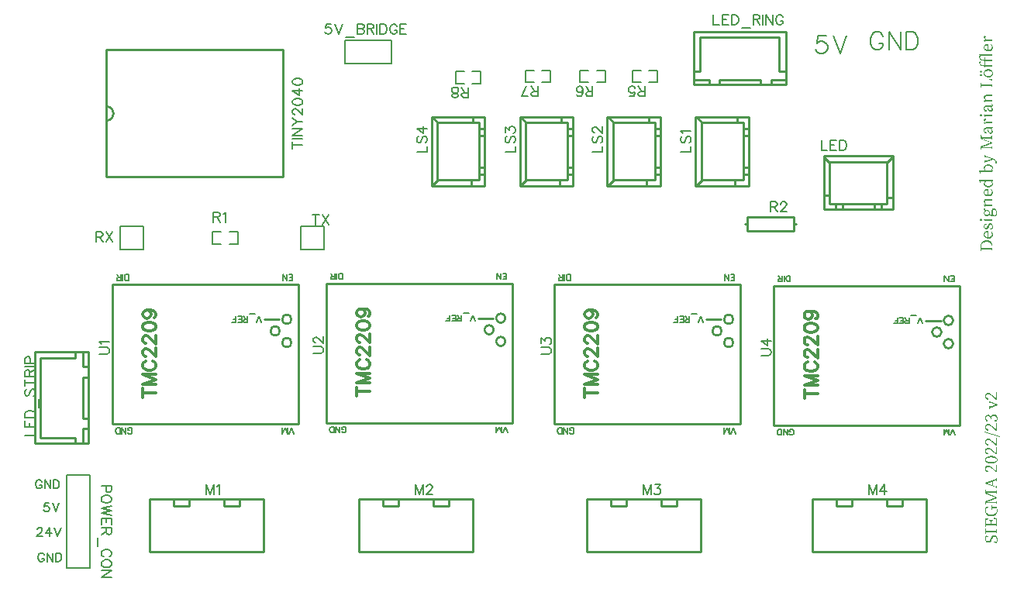
<source format=gto>
G04 Layer: TopSilkscreenLayer*
G04 EasyEDA v6.5.22, 2023-02-28 18:31:49*
G04 0f5abc17f4e243e5a26b6cc200d52bdd,5d2348555bc34ac8837521f0f1db218d,10*
G04 Gerber Generator version 0.2*
G04 Scale: 100 percent, Rotated: No, Reflected: No *
G04 Dimensions in millimeters *
G04 leading zeros omitted , absolute positions ,4 integer and 5 decimal *
%FSLAX45Y45*%
%MOMM*%

%ADD10C,0.2032*%
%ADD11C,0.1524*%
%ADD12C,0.1500*%
%ADD13C,0.3000*%
%ADD14C,0.2540*%
%ADD15C,0.2030*%
%ADD16C,0.0114*%

%LPD*%
G36*
X10703814Y2568702D02*
G01*
X10703814Y2501138D01*
X10666222Y2537053D01*
X10654792Y2547112D01*
X10649813Y2551125D01*
X10645140Y2554528D01*
X10640771Y2557272D01*
X10636554Y2559456D01*
X10632490Y2561132D01*
X10628477Y2562250D01*
X10624413Y2562910D01*
X10620248Y2563114D01*
X10615320Y2562860D01*
X10610646Y2562148D01*
X10606278Y2560980D01*
X10602264Y2559304D01*
X10598607Y2557068D01*
X10595356Y2554376D01*
X10592511Y2551125D01*
X10590123Y2547366D01*
X10588244Y2543098D01*
X10586872Y2538222D01*
X10586008Y2532786D01*
X10585704Y2526792D01*
X10586161Y2519680D01*
X10587532Y2512923D01*
X10589869Y2506675D01*
X10593120Y2501036D01*
X10597235Y2496210D01*
X10602315Y2492248D01*
X10608310Y2489352D01*
X10615168Y2487676D01*
X10617708Y2489454D01*
X10619638Y2491638D01*
X10620857Y2494178D01*
X10621264Y2497074D01*
X10620603Y2500579D01*
X10618470Y2503474D01*
X10614609Y2505811D01*
X10608818Y2507742D01*
X10594594Y2511806D01*
X10593781Y2517495D01*
X10593578Y2522220D01*
X10594086Y2527401D01*
X10595559Y2532075D01*
X10597896Y2536139D01*
X10601147Y2539593D01*
X10605160Y2542336D01*
X10609884Y2544419D01*
X10615269Y2545638D01*
X10621264Y2546096D01*
X10627055Y2545689D01*
X10632846Y2544419D01*
X10638790Y2542286D01*
X10644936Y2539288D01*
X10651337Y2535377D01*
X10658144Y2530551D01*
X10665460Y2524810D01*
X10706608Y2488692D01*
X10718800Y2488692D01*
X10718800Y2568702D01*
G37*
G36*
X10626598Y2477262D02*
G01*
X10626598Y2441448D01*
X10632948Y2441448D01*
X10635488Y2457450D01*
X10700512Y2434844D01*
X10634980Y2409952D01*
X10632948Y2426970D01*
X10626598Y2426970D01*
X10626598Y2380234D01*
X10632948Y2380234D01*
X10634472Y2391410D01*
X10720070Y2426462D01*
X10720070Y2434336D01*
X10635488Y2466340D01*
X10632948Y2477262D01*
G37*
G36*
X10684256Y2326894D02*
G01*
X10678007Y2326436D01*
X10672165Y2325014D01*
X10666882Y2322626D01*
X10662158Y2319223D01*
X10658043Y2314854D01*
X10654588Y2309418D01*
X10651896Y2302967D01*
X10649966Y2295398D01*
X10647578Y2301697D01*
X10644682Y2307183D01*
X10641279Y2311908D01*
X10637367Y2315768D01*
X10633049Y2318816D01*
X10628274Y2321052D01*
X10623143Y2322372D01*
X10617708Y2322830D01*
X10610850Y2322169D01*
X10604652Y2320239D01*
X10599216Y2317140D01*
X10594543Y2312873D01*
X10590784Y2307590D01*
X10588040Y2301290D01*
X10586313Y2294077D01*
X10585704Y2286000D01*
X10586110Y2279497D01*
X10587278Y2273300D01*
X10589260Y2267610D01*
X10592003Y2262530D01*
X10595508Y2258060D01*
X10599826Y2254351D01*
X10604957Y2251506D01*
X10610850Y2249678D01*
X10614050Y2251303D01*
X10616184Y2253386D01*
X10617352Y2255926D01*
X10617708Y2258822D01*
X10616996Y2262835D01*
X10614812Y2265781D01*
X10611053Y2268016D01*
X10594594Y2273046D01*
X10593984Y2275636D01*
X10593578Y2280310D01*
X10593984Y2287879D01*
X10595203Y2292654D01*
X10597184Y2296769D01*
X10599928Y2300224D01*
X10603433Y2302967D01*
X10607700Y2304948D01*
X10612729Y2306167D01*
X10618470Y2306574D01*
X10624667Y2306066D01*
X10630103Y2304592D01*
X10634776Y2302205D01*
X10638637Y2298903D01*
X10641685Y2294839D01*
X10643870Y2289962D01*
X10645190Y2284374D01*
X10645648Y2278126D01*
X10645648Y2270506D01*
X10654538Y2270506D01*
X10654538Y2279650D01*
X10655046Y2286711D01*
X10656570Y2292858D01*
X10659059Y2298039D01*
X10662412Y2302306D01*
X10666628Y2305608D01*
X10671708Y2307996D01*
X10677499Y2309418D01*
X10684002Y2309876D01*
X10690301Y2309368D01*
X10696041Y2307894D01*
X10701121Y2305507D01*
X10705439Y2302205D01*
X10708944Y2298039D01*
X10711535Y2293061D01*
X10713161Y2287270D01*
X10713720Y2280666D01*
X10713466Y2275179D01*
X10712450Y2269490D01*
X10695025Y2264410D01*
X10691063Y2262276D01*
X10688777Y2259431D01*
X10688066Y2255520D01*
X10688472Y2252624D01*
X10689590Y2250084D01*
X10691469Y2247900D01*
X10694162Y2246122D01*
X10700816Y2247950D01*
X10706455Y2250744D01*
X10711129Y2254402D01*
X10714888Y2258872D01*
X10717784Y2264105D01*
X10719765Y2269998D01*
X10720933Y2276449D01*
X10721340Y2283460D01*
X10721035Y2289759D01*
X10720070Y2295652D01*
X10718546Y2301189D01*
X10716463Y2306218D01*
X10713872Y2310841D01*
X10710824Y2314905D01*
X10707268Y2318410D01*
X10703356Y2321407D01*
X10699038Y2323744D01*
X10694416Y2325471D01*
X10689488Y2326538D01*
G37*
G36*
X10703814Y2229612D02*
G01*
X10703814Y2162048D01*
X10666222Y2197963D01*
X10654792Y2208022D01*
X10649813Y2212035D01*
X10645140Y2215438D01*
X10640771Y2218182D01*
X10636554Y2220366D01*
X10632490Y2222042D01*
X10628477Y2223160D01*
X10624413Y2223820D01*
X10620248Y2224024D01*
X10615320Y2223770D01*
X10610646Y2223058D01*
X10606278Y2221890D01*
X10602264Y2220214D01*
X10598607Y2217978D01*
X10595356Y2215286D01*
X10592511Y2212035D01*
X10590123Y2208276D01*
X10588244Y2204008D01*
X10586872Y2199132D01*
X10586008Y2193696D01*
X10585704Y2187702D01*
X10586161Y2180590D01*
X10587532Y2173833D01*
X10589869Y2167585D01*
X10593120Y2161946D01*
X10597235Y2157120D01*
X10602315Y2153158D01*
X10608310Y2150262D01*
X10615168Y2148586D01*
X10617708Y2150364D01*
X10619638Y2152497D01*
X10620857Y2155088D01*
X10621264Y2157984D01*
X10620603Y2161489D01*
X10618470Y2164384D01*
X10614609Y2166721D01*
X10608818Y2168652D01*
X10594594Y2172716D01*
X10593781Y2178405D01*
X10593578Y2183130D01*
X10594086Y2188362D01*
X10595559Y2193086D01*
X10597896Y2197150D01*
X10601147Y2200605D01*
X10605160Y2203348D01*
X10609884Y2205329D01*
X10615269Y2206599D01*
X10621264Y2207006D01*
X10627055Y2206599D01*
X10632846Y2205329D01*
X10638790Y2203196D01*
X10644936Y2200198D01*
X10651337Y2196287D01*
X10658144Y2191461D01*
X10665460Y2185720D01*
X10706608Y2149602D01*
X10718800Y2149602D01*
X10718800Y2229612D01*
G37*
G36*
X10580624Y2139188D02*
G01*
X10580624Y2129028D01*
X10749788Y2076704D01*
X10749788Y2087372D01*
G37*
G36*
X10703814Y2068068D02*
G01*
X10703814Y2000504D01*
X10666222Y2036419D01*
X10654792Y2046478D01*
X10649813Y2050491D01*
X10645140Y2053894D01*
X10640771Y2056638D01*
X10636554Y2058822D01*
X10632490Y2060498D01*
X10628477Y2061616D01*
X10624413Y2062276D01*
X10620248Y2062480D01*
X10615320Y2062225D01*
X10610646Y2061514D01*
X10606278Y2060346D01*
X10602264Y2058670D01*
X10598607Y2056434D01*
X10595356Y2053742D01*
X10592511Y2050491D01*
X10590123Y2046732D01*
X10588244Y2042464D01*
X10586872Y2037588D01*
X10586008Y2032152D01*
X10585704Y2026157D01*
X10586161Y2019046D01*
X10587532Y2012289D01*
X10589869Y2006041D01*
X10593120Y2000402D01*
X10597235Y1995576D01*
X10602315Y1991614D01*
X10608310Y1988718D01*
X10615168Y1987042D01*
X10617708Y1988820D01*
X10619638Y1990953D01*
X10620857Y1993544D01*
X10621264Y1996439D01*
X10620603Y1999945D01*
X10618470Y2002840D01*
X10614609Y2005177D01*
X10608818Y2007107D01*
X10594594Y2011172D01*
X10593781Y2016861D01*
X10593578Y2021586D01*
X10594086Y2026767D01*
X10595559Y2031441D01*
X10597896Y2035505D01*
X10601147Y2038959D01*
X10605160Y2041702D01*
X10609884Y2043785D01*
X10615269Y2045004D01*
X10621264Y2045462D01*
X10627055Y2045055D01*
X10632846Y2043785D01*
X10638790Y2041652D01*
X10644936Y2038654D01*
X10651337Y2034743D01*
X10658144Y2029917D01*
X10665460Y2024176D01*
X10706608Y1988057D01*
X10718800Y1988057D01*
X10718800Y2068068D01*
G37*
G36*
X10703814Y1970278D02*
G01*
X10703814Y1902714D01*
X10679938Y1925828D01*
X10666222Y1938782D01*
X10654792Y1948840D01*
X10649813Y1952853D01*
X10645140Y1956257D01*
X10640771Y1959051D01*
X10636554Y1961235D01*
X10632490Y1962912D01*
X10628477Y1964080D01*
X10624413Y1964740D01*
X10620248Y1964943D01*
X10612932Y1964385D01*
X10606278Y1962759D01*
X10600385Y1960016D01*
X10595356Y1956104D01*
X10591292Y1951075D01*
X10588244Y1944776D01*
X10586364Y1937308D01*
X10585704Y1928622D01*
X10586161Y1921408D01*
X10587532Y1914601D01*
X10589869Y1908302D01*
X10593120Y1902663D01*
X10597235Y1897837D01*
X10602315Y1893925D01*
X10608310Y1891131D01*
X10615168Y1889506D01*
X10617708Y1891131D01*
X10619638Y1893366D01*
X10620857Y1895957D01*
X10621264Y1898904D01*
X10620603Y1902307D01*
X10618470Y1905203D01*
X10614609Y1907641D01*
X10608818Y1909572D01*
X10594594Y1913382D01*
X10593781Y1919071D01*
X10593578Y1924050D01*
X10594086Y1929231D01*
X10595559Y1933854D01*
X10597896Y1937867D01*
X10601147Y1941271D01*
X10605160Y1944014D01*
X10609884Y1945995D01*
X10615269Y1947265D01*
X10621264Y1947672D01*
X10627055Y1947265D01*
X10632846Y1945995D01*
X10638790Y1943862D01*
X10644936Y1940864D01*
X10651337Y1936953D01*
X10658144Y1932127D01*
X10665460Y1926386D01*
X10684967Y1909521D01*
X10706608Y1890268D01*
X10718800Y1890268D01*
X10718800Y1970278D01*
G37*
G36*
X10652760Y1872742D02*
G01*
X10643971Y1872488D01*
X10635894Y1871827D01*
X10628477Y1870760D01*
X10621721Y1869287D01*
X10615574Y1867458D01*
X10610088Y1865325D01*
X10605211Y1862836D01*
X10600944Y1860143D01*
X10597235Y1857197D01*
X10594086Y1853996D01*
X10591444Y1850643D01*
X10589310Y1847138D01*
X10587736Y1843481D01*
X10586567Y1839772D01*
X10585907Y1835962D01*
X10585704Y1832102D01*
X10593578Y1832102D01*
X10593832Y1835048D01*
X10594695Y1837943D01*
X10596219Y1840738D01*
X10598454Y1843379D01*
X10601553Y1845868D01*
X10605566Y1848154D01*
X10610494Y1850136D01*
X10616539Y1851863D01*
X10623702Y1853285D01*
X10632084Y1854352D01*
X10641736Y1855012D01*
X10652760Y1855216D01*
X10664088Y1855012D01*
X10674045Y1854352D01*
X10682630Y1853285D01*
X10689996Y1851863D01*
X10696194Y1850136D01*
X10701324Y1848154D01*
X10705439Y1845868D01*
X10708640Y1843379D01*
X10710976Y1840738D01*
X10712551Y1837943D01*
X10713466Y1835048D01*
X10713720Y1832102D01*
X10713466Y1829003D01*
X10712551Y1826006D01*
X10711027Y1823161D01*
X10708690Y1820468D01*
X10705541Y1817928D01*
X10701426Y1815642D01*
X10696346Y1813560D01*
X10690148Y1811832D01*
X10682732Y1810410D01*
X10674096Y1809343D01*
X10664139Y1808683D01*
X10652760Y1808480D01*
X10641736Y1808683D01*
X10632084Y1809343D01*
X10623702Y1810410D01*
X10616539Y1811832D01*
X10610494Y1813560D01*
X10605566Y1815642D01*
X10601553Y1817928D01*
X10598454Y1820468D01*
X10596219Y1823161D01*
X10594695Y1826006D01*
X10593832Y1829003D01*
X10593578Y1832102D01*
X10585704Y1832102D01*
X10585907Y1828190D01*
X10586567Y1824380D01*
X10587736Y1820570D01*
X10589310Y1816912D01*
X10591444Y1813407D01*
X10594086Y1810004D01*
X10597235Y1806803D01*
X10600944Y1803857D01*
X10605211Y1801114D01*
X10610088Y1798675D01*
X10615574Y1796491D01*
X10621721Y1794662D01*
X10628477Y1793189D01*
X10635894Y1792122D01*
X10643971Y1791462D01*
X10652760Y1791207D01*
X10661802Y1791462D01*
X10670133Y1792122D01*
X10677753Y1793189D01*
X10684713Y1794662D01*
X10690961Y1796491D01*
X10696549Y1798675D01*
X10701528Y1801114D01*
X10705896Y1803857D01*
X10709706Y1806803D01*
X10712907Y1810004D01*
X10715548Y1813407D01*
X10717682Y1816912D01*
X10719308Y1820570D01*
X10720476Y1824380D01*
X10721136Y1828190D01*
X10721340Y1832102D01*
X10721136Y1835962D01*
X10720476Y1839772D01*
X10719308Y1843481D01*
X10717682Y1847138D01*
X10715548Y1850643D01*
X10712907Y1853996D01*
X10709706Y1857197D01*
X10705896Y1860143D01*
X10701528Y1862836D01*
X10696549Y1865325D01*
X10690961Y1867458D01*
X10684713Y1869287D01*
X10677753Y1870760D01*
X10670133Y1871827D01*
X10661802Y1872488D01*
G37*
G36*
X10703814Y1775206D02*
G01*
X10703814Y1707642D01*
X10666222Y1743557D01*
X10654792Y1753616D01*
X10649813Y1757629D01*
X10645140Y1761032D01*
X10640771Y1763775D01*
X10636554Y1765960D01*
X10632490Y1767636D01*
X10628477Y1768754D01*
X10624413Y1769414D01*
X10620248Y1769618D01*
X10615320Y1769364D01*
X10610646Y1768652D01*
X10606278Y1767484D01*
X10602264Y1765807D01*
X10598607Y1763572D01*
X10595356Y1760880D01*
X10592511Y1757629D01*
X10590123Y1753870D01*
X10588244Y1749602D01*
X10586872Y1744725D01*
X10586008Y1739290D01*
X10585704Y1733296D01*
X10586161Y1726184D01*
X10587532Y1719427D01*
X10589869Y1713179D01*
X10593120Y1707540D01*
X10597235Y1702714D01*
X10602315Y1698752D01*
X10608310Y1695856D01*
X10615168Y1694180D01*
X10617708Y1695957D01*
X10619638Y1698142D01*
X10620857Y1700682D01*
X10621264Y1703578D01*
X10620603Y1707083D01*
X10618470Y1709978D01*
X10614609Y1712315D01*
X10608818Y1714246D01*
X10594594Y1718310D01*
X10593781Y1723999D01*
X10593578Y1728724D01*
X10594086Y1733905D01*
X10595559Y1738579D01*
X10597896Y1742643D01*
X10601147Y1746097D01*
X10605160Y1748840D01*
X10609884Y1750923D01*
X10615269Y1752142D01*
X10621264Y1752600D01*
X10627055Y1752193D01*
X10632846Y1750923D01*
X10638790Y1748789D01*
X10644936Y1745792D01*
X10651337Y1741881D01*
X10658144Y1737055D01*
X10665460Y1731314D01*
X10706608Y1695196D01*
X10718800Y1695196D01*
X10718800Y1775206D01*
G37*
G36*
X10711942Y1638300D02*
G01*
X10710164Y1622806D01*
X10587482Y1580896D01*
X10587482Y1570228D01*
X10607548Y1570228D01*
X10668000Y1590548D01*
X10668000Y1550416D01*
X10607548Y1570228D01*
X10587482Y1570228D01*
X10587482Y1569466D01*
X10709656Y1528064D01*
X10711942Y1512316D01*
X10718800Y1512316D01*
X10718800Y1555750D01*
X10711942Y1555750D01*
X10709656Y1536700D01*
X10675620Y1547876D01*
X10675620Y1593088D01*
X10709656Y1604518D01*
X10711942Y1585214D01*
X10718800Y1585214D01*
X10718800Y1638300D01*
G37*
G36*
X10588498Y1501902D02*
G01*
X10588498Y1464564D01*
X10696702Y1422400D01*
X10588498Y1378458D01*
X10588498Y1342898D01*
X10595356Y1342898D01*
X10597388Y1360678D01*
X10709656Y1360424D01*
X10711942Y1342898D01*
X10718800Y1342898D01*
X10718800Y1386332D01*
X10711942Y1386332D01*
X10709656Y1369568D01*
X10646613Y1369517D01*
X10607040Y1368552D01*
X10718800Y1414018D01*
X10718800Y1422400D01*
X10606786Y1466342D01*
X10710164Y1465834D01*
X10711942Y1448816D01*
X10718800Y1448816D01*
X10718800Y1501902D01*
X10711942Y1501902D01*
X10710164Y1483868D01*
X10684306Y1483664D01*
X10616387Y1483664D01*
X10597134Y1483868D01*
X10595356Y1501902D01*
G37*
G36*
X10656824Y1332484D02*
G01*
X10656824Y1281684D01*
X10663428Y1281684D01*
X10665206Y1302258D01*
X10709148Y1302766D01*
X10710976Y1297330D01*
X10712246Y1291945D01*
X10712958Y1286510D01*
X10713212Y1280922D01*
X10712958Y1275435D01*
X10712196Y1270203D01*
X10710926Y1265275D01*
X10709148Y1260652D01*
X10706912Y1256334D01*
X10704169Y1252321D01*
X10700969Y1248664D01*
X10697362Y1245311D01*
X10693298Y1242314D01*
X10688828Y1239672D01*
X10683900Y1237437D01*
X10678617Y1235557D01*
X10672876Y1234084D01*
X10666831Y1233017D01*
X10660329Y1232357D01*
X10653522Y1232154D01*
X10646613Y1232408D01*
X10640110Y1233068D01*
X10633964Y1234236D01*
X10628274Y1235760D01*
X10622991Y1237742D01*
X10618063Y1240078D01*
X10613644Y1242771D01*
X10609630Y1245819D01*
X10606024Y1249172D01*
X10602925Y1252880D01*
X10600232Y1256842D01*
X10598048Y1261110D01*
X10596321Y1265580D01*
X10595102Y1270304D01*
X10594340Y1275283D01*
X10594086Y1280414D01*
X10594441Y1286306D01*
X10595457Y1291894D01*
X10597184Y1297178D01*
X10599674Y1302258D01*
X10623804Y1307084D01*
X10623804Y1317752D01*
X10595102Y1317244D01*
X10592816Y1313180D01*
X10590784Y1308963D01*
X10589158Y1304544D01*
X10587786Y1299921D01*
X10586770Y1294993D01*
X10586008Y1289812D01*
X10585602Y1284274D01*
X10585450Y1278382D01*
X10585653Y1272590D01*
X10586313Y1267002D01*
X10587329Y1261618D01*
X10588752Y1256487D01*
X10590530Y1251508D01*
X10592714Y1246835D01*
X10595203Y1242364D01*
X10598048Y1238148D01*
X10601248Y1234236D01*
X10604703Y1230579D01*
X10608513Y1227226D01*
X10612577Y1224178D01*
X10616895Y1221435D01*
X10621467Y1218996D01*
X10626293Y1216964D01*
X10631322Y1215237D01*
X10636605Y1213866D01*
X10642041Y1212900D01*
X10647680Y1212291D01*
X10653522Y1212088D01*
X10659414Y1212291D01*
X10665104Y1212850D01*
X10670641Y1213815D01*
X10675924Y1215186D01*
X10681004Y1216863D01*
X10685830Y1218895D01*
X10690402Y1221282D01*
X10694720Y1223975D01*
X10698734Y1226972D01*
X10702493Y1230325D01*
X10705947Y1233932D01*
X10709097Y1237843D01*
X10711942Y1242009D01*
X10714431Y1246428D01*
X10716564Y1251102D01*
X10718342Y1256030D01*
X10719765Y1261160D01*
X10720781Y1266545D01*
X10721390Y1272082D01*
X10721594Y1277874D01*
X10721390Y1283665D01*
X10720832Y1289202D01*
X10719866Y1294587D01*
X10718546Y1299819D01*
X10716920Y1304950D01*
X10712704Y1315008D01*
X10710164Y1320038D01*
X10664444Y1320546D01*
X10663428Y1332484D01*
G37*
G36*
X10684256Y1195324D02*
G01*
X10684256Y1185672D01*
X10710164Y1180592D01*
X10710164Y1130554D01*
X10656316Y1130300D01*
X10656316Y1159764D01*
X10675112Y1162304D01*
X10675112Y1170432D01*
X10629392Y1170432D01*
X10629392Y1162304D01*
X10648696Y1159510D01*
X10648696Y1130300D01*
X10596880Y1130554D01*
X10596880Y1176782D01*
X10622788Y1181862D01*
X10622788Y1191514D01*
X10588498Y1190498D01*
X10588498Y1093978D01*
X10595356Y1093978D01*
X10597134Y1112012D01*
X10616387Y1112418D01*
X10671556Y1112520D01*
X10697362Y1112316D01*
X10710164Y1112012D01*
X10711942Y1093978D01*
X10718800Y1093978D01*
X10718800Y1194308D01*
G37*
G36*
X10588498Y1076452D02*
G01*
X10588498Y1021842D01*
X10595356Y1021842D01*
X10597134Y1039876D01*
X10616387Y1040282D01*
X10671556Y1040384D01*
X10697362Y1040180D01*
X10710164Y1039876D01*
X10711942Y1021842D01*
X10718800Y1021842D01*
X10718800Y1076452D01*
X10711942Y1076452D01*
X10709910Y1058418D01*
X10677804Y1058164D01*
X10597134Y1058418D01*
X10595356Y1076452D01*
G37*
G36*
X10684764Y1006602D02*
G01*
X10678160Y1006144D01*
X10672216Y1004671D01*
X10666831Y1002182D01*
X10661904Y998524D01*
X10657382Y993698D01*
X10653115Y987552D01*
X10649051Y980033D01*
X10645140Y971042D01*
X10639958Y958138D01*
X10637621Y953719D01*
X10634980Y949909D01*
X10632084Y946810D01*
X10628782Y944321D01*
X10625175Y942543D01*
X10621162Y941425D01*
X10616692Y941069D01*
X10611408Y941578D01*
X10606836Y943152D01*
X10602976Y945591D01*
X10599775Y948842D01*
X10597286Y952855D01*
X10595508Y957478D01*
X10594441Y962609D01*
X10594086Y968248D01*
X10594289Y972616D01*
X10594949Y976579D01*
X10596118Y980338D01*
X10597896Y983996D01*
X10621264Y989076D01*
X10621264Y999236D01*
X10595864Y1000506D01*
X10591546Y993698D01*
X10588294Y986231D01*
X10586161Y977849D01*
X10585450Y968502D01*
X10585704Y962456D01*
X10586516Y956716D01*
X10587888Y951331D01*
X10589717Y946302D01*
X10592054Y941679D01*
X10594898Y937564D01*
X10598200Y933907D01*
X10601909Y930859D01*
X10606125Y928369D01*
X10610748Y926592D01*
X10615828Y925474D01*
X10621264Y925068D01*
X10628223Y925677D01*
X10634421Y927506D01*
X10640009Y930402D01*
X10644987Y934313D01*
X10649407Y939190D01*
X10653369Y944880D01*
X10656925Y951382D01*
X10665714Y972058D01*
X10668304Y977188D01*
X10670946Y981456D01*
X10673791Y984859D01*
X10676940Y987450D01*
X10680446Y989228D01*
X10684357Y990244D01*
X10688828Y990600D01*
X10694416Y990041D01*
X10699292Y988364D01*
X10703458Y985672D01*
X10706912Y982014D01*
X10709656Y977493D01*
X10711637Y972159D01*
X10712805Y966114D01*
X10713212Y959358D01*
X10712907Y953516D01*
X10712043Y948334D01*
X10710519Y943610D01*
X10708386Y939037D01*
X10684002Y933958D01*
X10684002Y924052D01*
X10711434Y922782D01*
X10713466Y926337D01*
X10715396Y930351D01*
X10717123Y934770D01*
X10718596Y939495D01*
X10719866Y944524D01*
X10720781Y949756D01*
X10721390Y955141D01*
X10721594Y960628D01*
X10721289Y967181D01*
X10720476Y973378D01*
X10719104Y979169D01*
X10717174Y984503D01*
X10714786Y989380D01*
X10711840Y993698D01*
X10708436Y997508D01*
X10704576Y1000658D01*
X10700258Y1003198D01*
X10695533Y1005078D01*
X10690352Y1006195D01*
G37*
G36*
X10580370Y6465316D02*
G01*
X10577271Y6462979D01*
X10574985Y6459626D01*
X10573512Y6455562D01*
X10573004Y6451092D01*
X10573461Y6447078D01*
X10574731Y6443065D01*
X10576814Y6439154D01*
X10579709Y6435344D01*
X10583316Y6431737D01*
X10587685Y6428384D01*
X10592714Y6425336D01*
X10598404Y6422644D01*
X10575036Y6420866D01*
X10573258Y6418072D01*
X10583926Y6390640D01*
X10589768Y6390640D01*
X10591292Y6406134D01*
X10602976Y6406591D01*
X10659872Y6406388D01*
X10661904Y6392164D01*
X10668000Y6392164D01*
X10668000Y6439408D01*
X10661904Y6439408D01*
X10659618Y6423406D01*
X10627106Y6422898D01*
X10611866Y6422898D01*
X10603585Y6425996D01*
X10596626Y6429806D01*
X10590784Y6434378D01*
X10585958Y6439916D01*
X10588244Y6442202D01*
X10590479Y6444945D01*
X10592155Y6447790D01*
X10593222Y6450838D01*
X10593578Y6454140D01*
X10592663Y6459220D01*
X10590022Y6462674D01*
X10585856Y6464655D01*
G37*
G36*
X10610088Y6375146D02*
G01*
X10604550Y6374841D01*
X10599420Y6373876D01*
X10594644Y6372402D01*
X10590326Y6370370D01*
X10586415Y6367780D01*
X10582960Y6364782D01*
X10580014Y6361277D01*
X10577525Y6357416D01*
X10575594Y6353200D01*
X10574172Y6348577D01*
X10573308Y6343700D01*
X10573056Y6337808D01*
X10580624Y6337808D01*
X10581081Y6342380D01*
X10582452Y6346545D01*
X10584586Y6350203D01*
X10587329Y6353352D01*
X10590733Y6355892D01*
X10594543Y6357823D01*
X10598759Y6358991D01*
X10603230Y6359398D01*
X10607598Y6358940D01*
X10610951Y6357315D01*
X10613136Y6354064D01*
X10613898Y6348730D01*
X10613644Y6311392D01*
X10605566Y6312560D01*
X10598708Y6314592D01*
X10593019Y6317386D01*
X10588447Y6320790D01*
X10584992Y6324650D01*
X10582554Y6328918D01*
X10581081Y6333337D01*
X10580624Y6337808D01*
X10573056Y6337808D01*
X10573410Y6332677D01*
X10574578Y6326987D01*
X10576509Y6321552D01*
X10579201Y6316421D01*
X10582554Y6311696D01*
X10586516Y6307378D01*
X10591139Y6303568D01*
X10596372Y6300317D01*
X10602163Y6297726D01*
X10608462Y6295745D01*
X10615269Y6294526D01*
X10622534Y6294120D01*
X10629900Y6294475D01*
X10636656Y6295542D01*
X10642904Y6297320D01*
X10648543Y6299708D01*
X10653572Y6302705D01*
X10657941Y6306261D01*
X10661751Y6310426D01*
X10664850Y6315049D01*
X10667339Y6320180D01*
X10669117Y6325717D01*
X10670184Y6331712D01*
X10670540Y6338062D01*
X10670133Y6344208D01*
X10668965Y6349949D01*
X10667085Y6355232D01*
X10664494Y6360058D01*
X10661294Y6364427D01*
X10657484Y6368338D01*
X10653064Y6371742D01*
X10648188Y6374638D01*
X10645648Y6370828D01*
X10651388Y6365494D01*
X10655757Y6359398D01*
X10658602Y6352184D01*
X10659618Y6343396D01*
X10659008Y6336538D01*
X10657179Y6330340D01*
X10654131Y6324904D01*
X10649915Y6320231D01*
X10644428Y6316421D01*
X10637774Y6313627D01*
X10629849Y6311798D01*
X10620756Y6311138D01*
X10621010Y6373622D01*
X10618876Y6374282D01*
X10613390Y6375044D01*
G37*
G36*
X10661904Y6280404D02*
G01*
X10659872Y6264656D01*
X10643463Y6264452D01*
X10553192Y6264402D01*
X10525506Y6265164D01*
X10523982Y6262624D01*
X10527538Y6255258D01*
X10525150Y6251397D01*
X10523423Y6246571D01*
X10522305Y6241135D01*
X10521950Y6235446D01*
X10522458Y6228232D01*
X10524236Y6220764D01*
X10527538Y6213246D01*
X10532618Y6205728D01*
X10536275Y6202019D01*
X10540238Y6198920D01*
X10544606Y6196330D01*
X10549483Y6194247D01*
X10554868Y6192520D01*
X10560964Y6191148D01*
X10567720Y6190081D01*
X10575290Y6189218D01*
X10575798Y6185408D01*
X10575798Y6145784D01*
X10568686Y6145682D01*
X10562386Y6145834D01*
X10556798Y6146342D01*
X10551871Y6147054D01*
X10547604Y6148019D01*
X10543844Y6149238D01*
X10540542Y6150610D01*
X10537698Y6152134D01*
X10535361Y6153759D01*
X10533329Y6155537D01*
X10531551Y6157468D01*
X10530078Y6159500D01*
X10537190Y6168390D01*
X10539171Y6171895D01*
X10540339Y6175349D01*
X10540746Y6178804D01*
X10540136Y6183376D01*
X10538358Y6186728D01*
X10535716Y6188862D01*
X10532364Y6189726D01*
X10527639Y6187287D01*
X10524388Y6183274D01*
X10522559Y6177889D01*
X10521950Y6171438D01*
X10522508Y6164630D01*
X10524490Y6157671D01*
X10528147Y6150813D01*
X10533888Y6144260D01*
X10537342Y6141313D01*
X10541101Y6138773D01*
X10545267Y6136589D01*
X10549940Y6134760D01*
X10555173Y6133236D01*
X10561066Y6131915D01*
X10567771Y6130899D01*
X10575290Y6130036D01*
X10577322Y6113780D01*
X10584180Y6113780D01*
X10584180Y6130036D01*
X10643412Y6129985D01*
X10659872Y6129528D01*
X10661904Y6113780D01*
X10668000Y6113780D01*
X10668000Y6164072D01*
X10661904Y6164072D01*
X10659618Y6146546D01*
X10627106Y6146038D01*
X10584180Y6146038D01*
X10584180Y6189218D01*
X10643412Y6189167D01*
X10659872Y6188710D01*
X10661904Y6173216D01*
X10668000Y6173216D01*
X10668000Y6223254D01*
X10661904Y6223254D01*
X10659618Y6205728D01*
X10627106Y6205220D01*
X10584180Y6205220D01*
X10584180Y6231890D01*
X10575798Y6231890D01*
X10575798Y6204966D01*
X10569092Y6204813D01*
X10562996Y6205016D01*
X10557510Y6205575D01*
X10552582Y6206490D01*
X10548112Y6207760D01*
X10544098Y6209487D01*
X10540492Y6211570D01*
X10537190Y6214110D01*
X10534650Y6216853D01*
X10532618Y6219850D01*
X10530992Y6223050D01*
X10529570Y6226556D01*
X10535361Y6233871D01*
X10538256Y6238900D01*
X10540034Y6243828D01*
X10540746Y6248400D01*
X10635234Y6248349D01*
X10659872Y6247892D01*
X10661904Y6232398D01*
X10668000Y6232398D01*
X10668000Y6280404D01*
G37*
G36*
X10622026Y6098540D02*
G01*
X10614304Y6098082D01*
X10607192Y6096762D01*
X10600740Y6094679D01*
X10595000Y6091885D01*
X10589869Y6088481D01*
X10585399Y6084519D01*
X10581640Y6080099D01*
X10578541Y6075273D01*
X10576102Y6070142D01*
X10574375Y6064758D01*
X10573359Y6059220D01*
X10573004Y6053582D01*
X10580624Y6053582D01*
X10581284Y6059627D01*
X10583316Y6064961D01*
X10586618Y6069584D01*
X10591241Y6073444D01*
X10597083Y6076492D01*
X10604195Y6078677D01*
X10612526Y6080048D01*
X10622026Y6080506D01*
X10631525Y6080048D01*
X10639755Y6078677D01*
X10646816Y6076492D01*
X10652556Y6073444D01*
X10657078Y6069584D01*
X10660329Y6064961D01*
X10662259Y6059627D01*
X10662920Y6053582D01*
X10662259Y6047536D01*
X10660329Y6042202D01*
X10657078Y6037580D01*
X10652556Y6033719D01*
X10646816Y6030671D01*
X10639755Y6028486D01*
X10631525Y6027115D01*
X10622026Y6026658D01*
X10612526Y6027115D01*
X10604195Y6028486D01*
X10597083Y6030671D01*
X10591241Y6033719D01*
X10586618Y6037580D01*
X10583316Y6042202D01*
X10581284Y6047536D01*
X10580624Y6053582D01*
X10573004Y6053582D01*
X10573359Y6047943D01*
X10574426Y6042406D01*
X10576153Y6037072D01*
X10578592Y6031941D01*
X10581741Y6027166D01*
X10585500Y6022746D01*
X10589971Y6018834D01*
X10595102Y6015431D01*
X10600842Y6012688D01*
X10607294Y6010605D01*
X10614355Y6009335D01*
X10622026Y6008878D01*
X10629696Y6009335D01*
X10636707Y6010605D01*
X10643108Y6012637D01*
X10648848Y6015380D01*
X10653877Y6018733D01*
X10658297Y6022644D01*
X10662005Y6027064D01*
X10665053Y6031839D01*
X10667441Y6036970D01*
X10669168Y6042355D01*
X10670184Y6047892D01*
X10670540Y6053582D01*
X10670184Y6059271D01*
X10669168Y6064859D01*
X10667492Y6070244D01*
X10665155Y6075375D01*
X10662107Y6080201D01*
X10658398Y6084620D01*
X10653979Y6088583D01*
X10648950Y6091986D01*
X10643209Y6094730D01*
X10636808Y6096812D01*
X10629747Y6098082D01*
G37*
G36*
X10540492Y6084824D02*
G01*
X10536275Y6083960D01*
X10532973Y6081623D01*
X10530840Y6078169D01*
X10530078Y6073902D01*
X10530840Y6069685D01*
X10532973Y6066129D01*
X10536275Y6063640D01*
X10540492Y6062726D01*
X10544860Y6063640D01*
X10548213Y6066129D01*
X10550398Y6069685D01*
X10551160Y6073902D01*
X10550398Y6078169D01*
X10548213Y6081674D01*
X10544860Y6083960D01*
G37*
G36*
X10540492Y6044692D02*
G01*
X10536275Y6043777D01*
X10532973Y6041237D01*
X10530840Y6037630D01*
X10530078Y6033262D01*
X10530840Y6029096D01*
X10532973Y6025591D01*
X10536275Y6023203D01*
X10540492Y6022340D01*
X10544860Y6023203D01*
X10548213Y6025591D01*
X10550398Y6029096D01*
X10551160Y6033262D01*
X10550398Y6037630D01*
X10548213Y6041237D01*
X10544860Y6043777D01*
G37*
G36*
X10631424Y5991860D02*
G01*
X10631424Y5981700D01*
X10659618Y5975096D01*
X10659618Y5930392D01*
X10634370Y5930188D01*
X10565587Y5930188D01*
X10546334Y5930392D01*
X10544556Y5948680D01*
X10537698Y5948680D01*
X10537698Y5893816D01*
X10544556Y5893816D01*
X10546334Y5911850D01*
X10565587Y5912256D01*
X10620806Y5912358D01*
X10646410Y5912154D01*
X10659364Y5911850D01*
X10661142Y5893816D01*
X10668000Y5893816D01*
X10668000Y5990336D01*
G37*
G36*
X10661904Y5833618D02*
G01*
X10659872Y5819902D01*
X10608564Y5819648D01*
X10599826Y5819241D01*
X10592409Y5818073D01*
X10586262Y5816142D01*
X10581335Y5813399D01*
X10577626Y5809894D01*
X10575036Y5805627D01*
X10573512Y5800547D01*
X10573004Y5794756D01*
X10573308Y5790133D01*
X10574274Y5785510D01*
X10575747Y5780938D01*
X10577830Y5776366D01*
X10580420Y5771946D01*
X10583519Y5767628D01*
X10587075Y5763564D01*
X10591038Y5759704D01*
X10575036Y5758180D01*
X10573258Y5755386D01*
X10583926Y5727954D01*
X10589768Y5727954D01*
X10591292Y5743448D01*
X10602976Y5743905D01*
X10659872Y5743702D01*
X10661904Y5729224D01*
X10668000Y5729224D01*
X10668000Y5774182D01*
X10661904Y5774182D01*
X10659872Y5760720D01*
X10627106Y5760212D01*
X10598404Y5760212D01*
X10592358Y5767527D01*
X10588294Y5774385D01*
X10585958Y5780938D01*
X10585196Y5787390D01*
X10586415Y5794756D01*
X10590479Y5799785D01*
X10597845Y5802731D01*
X10609072Y5803646D01*
X10659872Y5803392D01*
X10661904Y5788914D01*
X10668000Y5788914D01*
X10668000Y5833618D01*
G37*
G36*
X10660126Y5720842D02*
G01*
X10656570Y5717286D01*
X10658449Y5715558D01*
X10659922Y5713780D01*
X10660837Y5711799D01*
X10661142Y5709666D01*
X10660532Y5706618D01*
X10658449Y5704382D01*
X10654588Y5703011D01*
X10648696Y5702554D01*
X10606532Y5702554D01*
X10598150Y5702096D01*
X10591088Y5700674D01*
X10585297Y5698337D01*
X10580725Y5695086D01*
X10577271Y5690819D01*
X10574832Y5685637D01*
X10573461Y5679440D01*
X10573004Y5672328D01*
X10573410Y5665063D01*
X10574680Y5658459D01*
X10576712Y5652465D01*
X10579455Y5647232D01*
X10582910Y5642711D01*
X10587024Y5639054D01*
X10591800Y5636310D01*
X10597134Y5634482D01*
X10600334Y5635345D01*
X10602620Y5637123D01*
X10604042Y5639816D01*
X10604500Y5643372D01*
X10603941Y5646724D01*
X10602214Y5649417D01*
X10599369Y5651550D01*
X10595356Y5653024D01*
X10582148Y5656834D01*
X10580979Y5662574D01*
X10580624Y5667756D01*
X10580878Y5672378D01*
X10581690Y5676239D01*
X10583164Y5679490D01*
X10585450Y5682081D01*
X10588650Y5684062D01*
X10592816Y5685485D01*
X10598150Y5686298D01*
X10610850Y5686552D01*
X10647680Y5686552D01*
X10653115Y5679440D01*
X10656620Y5673852D01*
X10658551Y5669026D01*
X10659110Y5664200D01*
X10658246Y5657900D01*
X10655503Y5652871D01*
X10650728Y5649620D01*
X10643870Y5648452D01*
X10638586Y5649214D01*
X10633151Y5652109D01*
X10627817Y5658205D01*
X10622788Y5668518D01*
X10619841Y5676493D01*
X10616692Y5686552D01*
X10610850Y5686552D01*
X10613847Y5674664D01*
X10615472Y5669026D01*
X10617200Y5663946D01*
X10620603Y5655259D01*
X10624007Y5648248D01*
X10627410Y5642660D01*
X10630865Y5638444D01*
X10634522Y5635345D01*
X10638332Y5633364D01*
X10642346Y5632297D01*
X10646664Y5631942D01*
X10652201Y5632450D01*
X10657027Y5633974D01*
X10661142Y5636310D01*
X10664494Y5639409D01*
X10667136Y5643219D01*
X10669016Y5647588D01*
X10670184Y5652414D01*
X10670540Y5657596D01*
X10669524Y5665571D01*
X10666577Y5672582D01*
X10661650Y5679389D01*
X10654792Y5686806D01*
X10661142Y5688838D01*
X10665917Y5692495D01*
X10668965Y5697728D01*
X10670032Y5704332D01*
X10669524Y5709107D01*
X10667847Y5713425D01*
X10664799Y5717387D01*
G37*
G36*
X10661904Y5616194D02*
G01*
X10659872Y5602986D01*
X10627106Y5602478D01*
X10600944Y5602478D01*
X10575036Y5602986D01*
X10573258Y5600192D01*
X10583672Y5570474D01*
X10589514Y5570474D01*
X10591038Y5586222D01*
X10616692Y5586730D01*
X10659872Y5586476D01*
X10661904Y5571490D01*
X10668000Y5571490D01*
X10668000Y5616194D01*
G37*
G36*
X10538714Y5606796D02*
G01*
X10533837Y5605830D01*
X10530078Y5603138D01*
X10527639Y5599176D01*
X10526776Y5594350D01*
X10527639Y5589371D01*
X10530078Y5585307D01*
X10533837Y5582615D01*
X10538714Y5581650D01*
X10543489Y5582615D01*
X10547400Y5585307D01*
X10549940Y5589371D01*
X10550906Y5594350D01*
X10549940Y5599176D01*
X10547400Y5603138D01*
X10543489Y5605830D01*
G37*
G36*
X10580370Y5563362D02*
G01*
X10577271Y5560923D01*
X10574985Y5557570D01*
X10573512Y5553557D01*
X10573004Y5549138D01*
X10573461Y5545124D01*
X10574731Y5541060D01*
X10576814Y5537098D01*
X10579709Y5533288D01*
X10583316Y5529681D01*
X10587685Y5526328D01*
X10592714Y5523280D01*
X10598404Y5520690D01*
X10575036Y5518912D01*
X10573258Y5516118D01*
X10583926Y5488686D01*
X10589768Y5488686D01*
X10591292Y5504180D01*
X10602976Y5504637D01*
X10659872Y5504434D01*
X10661904Y5490210D01*
X10668000Y5490210D01*
X10668000Y5537454D01*
X10661904Y5537454D01*
X10659618Y5521198D01*
X10611866Y5520944D01*
X10603585Y5524042D01*
X10596626Y5527802D01*
X10590784Y5532323D01*
X10585958Y5537708D01*
X10590479Y5542991D01*
X10592155Y5545836D01*
X10593222Y5548884D01*
X10593578Y5552186D01*
X10592663Y5557266D01*
X10590022Y5560720D01*
X10585856Y5562701D01*
G37*
G36*
X10660126Y5481574D02*
G01*
X10656570Y5478018D01*
X10658449Y5476189D01*
X10659922Y5474360D01*
X10660837Y5472430D01*
X10661142Y5470144D01*
X10660532Y5467197D01*
X10658449Y5464962D01*
X10654588Y5463540D01*
X10648696Y5463032D01*
X10606532Y5463032D01*
X10598150Y5462574D01*
X10591088Y5461203D01*
X10585297Y5458917D01*
X10580725Y5455615D01*
X10577271Y5451398D01*
X10574832Y5446217D01*
X10573461Y5440019D01*
X10573004Y5432806D01*
X10573410Y5425541D01*
X10574680Y5418937D01*
X10576712Y5412943D01*
X10579455Y5407710D01*
X10582910Y5403291D01*
X10587024Y5399684D01*
X10591800Y5396941D01*
X10597134Y5395214D01*
X10600334Y5396026D01*
X10602620Y5397703D01*
X10604042Y5400344D01*
X10604500Y5403850D01*
X10603941Y5407304D01*
X10602214Y5410149D01*
X10599369Y5412282D01*
X10595356Y5413756D01*
X10582148Y5417566D01*
X10580979Y5423306D01*
X10580624Y5428488D01*
X10580878Y5433060D01*
X10581690Y5436971D01*
X10583164Y5440172D01*
X10585450Y5442712D01*
X10588650Y5444642D01*
X10592816Y5446014D01*
X10598150Y5446776D01*
X10610850Y5447030D01*
X10647680Y5447030D01*
X10653115Y5440019D01*
X10656620Y5434533D01*
X10658551Y5429758D01*
X10659110Y5424932D01*
X10658246Y5418632D01*
X10655503Y5413654D01*
X10650728Y5410352D01*
X10643870Y5409184D01*
X10638586Y5409946D01*
X10633151Y5412841D01*
X10627817Y5418937D01*
X10622788Y5429250D01*
X10619841Y5437174D01*
X10616692Y5447030D01*
X10610850Y5447030D01*
X10615472Y5429758D01*
X10617200Y5424678D01*
X10620603Y5415991D01*
X10624007Y5408980D01*
X10627410Y5403392D01*
X10630865Y5399176D01*
X10634522Y5396128D01*
X10638332Y5394096D01*
X10642346Y5393029D01*
X10646664Y5392674D01*
X10652201Y5393182D01*
X10657027Y5394706D01*
X10661142Y5397042D01*
X10664494Y5400192D01*
X10667136Y5403951D01*
X10669016Y5408320D01*
X10670184Y5413146D01*
X10670540Y5418328D01*
X10669524Y5426303D01*
X10666577Y5433314D01*
X10661650Y5440121D01*
X10654792Y5447538D01*
X10661142Y5449570D01*
X10665917Y5453227D01*
X10668965Y5458358D01*
X10670032Y5464810D01*
X10669524Y5469737D01*
X10667847Y5474157D01*
X10664799Y5478119D01*
G37*
G36*
X10537698Y5378450D02*
G01*
X10537698Y5341112D01*
X10645902Y5298948D01*
X10537698Y5255006D01*
X10537698Y5219446D01*
X10544556Y5219446D01*
X10546588Y5237226D01*
X10658856Y5236972D01*
X10661142Y5219446D01*
X10668000Y5219446D01*
X10668000Y5262880D01*
X10661142Y5262880D01*
X10658856Y5246116D01*
X10595813Y5246065D01*
X10556240Y5245100D01*
X10668000Y5290566D01*
X10668000Y5298948D01*
X10555986Y5342890D01*
X10633862Y5342585D01*
X10659364Y5342128D01*
X10661142Y5325364D01*
X10668000Y5325364D01*
X10668000Y5378450D01*
X10661142Y5378450D01*
X10659364Y5360416D01*
X10633506Y5359958D01*
X10565587Y5360009D01*
X10546334Y5360416D01*
X10544556Y5378450D01*
G37*
G36*
X10575798Y5166614D02*
G01*
X10575798Y5128768D01*
X10581894Y5128768D01*
X10583672Y5146548D01*
X10653014Y5121910D01*
X10583672Y5096256D01*
X10581894Y5113274D01*
X10575798Y5113274D01*
X10575798Y5067046D01*
X10581894Y5067046D01*
X10583164Y5077968D01*
X10673588Y5114290D01*
X10675874Y5113528D01*
X10684357Y5109870D01*
X10692180Y5105603D01*
X10699038Y5100574D01*
X10704830Y5094478D01*
X10703306Y5093208D01*
X10700156Y5089499D01*
X10697921Y5086096D01*
X10696651Y5082692D01*
X10696194Y5078984D01*
X10696702Y5074767D01*
X10698175Y5071059D01*
X10700715Y5068214D01*
X10704322Y5066538D01*
X10709351Y5067960D01*
X10713161Y5071770D01*
X10715650Y5077256D01*
X10716514Y5083810D01*
X10716260Y5087315D01*
X10715396Y5090769D01*
X10713923Y5094173D01*
X10711840Y5097526D01*
X10709148Y5100777D01*
X10705744Y5104028D01*
X10701680Y5107228D01*
X10696854Y5110429D01*
X10691317Y5113578D01*
X10685018Y5116677D01*
X10677956Y5119827D01*
X10583672Y5155692D01*
X10581894Y5166614D01*
G37*
G36*
X10620756Y5059934D02*
G01*
X10613542Y5059578D01*
X10606836Y5058613D01*
X10600639Y5057089D01*
X10595051Y5054955D01*
X10590022Y5052314D01*
X10585653Y5049215D01*
X10581843Y5045659D01*
X10578744Y5041696D01*
X10576255Y5037429D01*
X10574477Y5032806D01*
X10573359Y5027930D01*
X10573004Y5022850D01*
X10573624Y5017262D01*
X10582910Y5017262D01*
X10583519Y5022646D01*
X10585399Y5027574D01*
X10588447Y5031943D01*
X10592765Y5035702D01*
X10598302Y5038750D01*
X10605109Y5041036D01*
X10613085Y5042408D01*
X10622280Y5042916D01*
X10631728Y5042357D01*
X10639755Y5040731D01*
X10646359Y5038242D01*
X10651642Y5034940D01*
X10655655Y5030978D01*
X10658449Y5026507D01*
X10660126Y5021630D01*
X10660634Y5016500D01*
X10660024Y5010861D01*
X10658144Y5005019D01*
X10654842Y4999075D01*
X10649966Y4993132D01*
X10594086Y4993132D01*
X10588142Y5000548D01*
X10584789Y5006898D01*
X10583265Y5012436D01*
X10582910Y5017262D01*
X10573624Y5017262D01*
X10573867Y5015077D01*
X10576560Y5007356D01*
X10581132Y4999837D01*
X10587736Y4992624D01*
X10553192Y4992624D01*
X10525506Y4993132D01*
X10523982Y4990846D01*
X10532110Y4961128D01*
X10537952Y4961128D01*
X10539730Y4977130D01*
X10634675Y4977079D01*
X10659872Y4976622D01*
X10661904Y4962144D01*
X10668000Y4962144D01*
X10670032Y4991100D01*
X10656570Y4992624D01*
X10663377Y4999431D01*
X10667644Y5006340D01*
X10669879Y5013248D01*
X10670540Y5020056D01*
X10670133Y5025745D01*
X10668914Y5031130D01*
X10666882Y5036159D01*
X10664190Y5040782D01*
X10660786Y5044998D01*
X10656722Y5048758D01*
X10651998Y5052009D01*
X10646765Y5054803D01*
X10640974Y5056987D01*
X10634675Y5058613D01*
X10627918Y5059578D01*
G37*
G36*
X10661904Y4907026D02*
G01*
X10660126Y4891278D01*
X10553192Y4891278D01*
X10525506Y4891786D01*
X10523982Y4889246D01*
X10532110Y4859274D01*
X10537952Y4859274D01*
X10539476Y4875530D01*
X10585704Y4875530D01*
X10579658Y4869383D01*
X10575747Y4863084D01*
X10573613Y4856581D01*
X10573304Y4853178D01*
X10582910Y4853178D01*
X10583367Y4858156D01*
X10585043Y4863388D01*
X10588142Y4868976D01*
X10593070Y4875276D01*
X10649458Y4875276D01*
X10654741Y4869789D01*
X10658195Y4864506D01*
X10660075Y4858969D01*
X10660634Y4852924D01*
X10660075Y4847234D01*
X10658398Y4842002D01*
X10655604Y4837328D01*
X10651540Y4833315D01*
X10646206Y4830013D01*
X10639501Y4827574D01*
X10631474Y4826000D01*
X10622026Y4825492D01*
X10612323Y4826050D01*
X10604144Y4827727D01*
X10597388Y4830318D01*
X10592003Y4833721D01*
X10587939Y4837836D01*
X10585094Y4842510D01*
X10583468Y4847691D01*
X10582910Y4853178D01*
X10573304Y4853178D01*
X10573004Y4849876D01*
X10573410Y4844034D01*
X10574578Y4838496D01*
X10576509Y4833315D01*
X10579201Y4828489D01*
X10582554Y4824069D01*
X10586567Y4820107D01*
X10591190Y4816652D01*
X10596422Y4813706D01*
X10602264Y4811369D01*
X10608614Y4809642D01*
X10615472Y4808575D01*
X10622788Y4808220D01*
X10629696Y4808575D01*
X10636199Y4809540D01*
X10642244Y4811115D01*
X10647832Y4813300D01*
X10652861Y4816043D01*
X10657332Y4819345D01*
X10661243Y4823104D01*
X10664494Y4827320D01*
X10667085Y4831994D01*
X10668965Y4837074D01*
X10670133Y4842560D01*
X10670540Y4848352D01*
X10669574Y4856683D01*
X10666780Y4863896D01*
X10662412Y4870196D01*
X10656570Y4875784D01*
X10670032Y4876800D01*
X10668000Y4907026D01*
G37*
G36*
X10610088Y4790440D02*
G01*
X10604550Y4790135D01*
X10599420Y4789220D01*
X10594644Y4787696D01*
X10590326Y4785664D01*
X10586415Y4783124D01*
X10582960Y4780076D01*
X10580014Y4776622D01*
X10577525Y4772812D01*
X10575594Y4768596D01*
X10574172Y4764024D01*
X10573308Y4759198D01*
X10573073Y4753102D01*
X10580624Y4753102D01*
X10581081Y4757674D01*
X10582452Y4761839D01*
X10584586Y4765497D01*
X10587329Y4768646D01*
X10590733Y4771186D01*
X10594543Y4773117D01*
X10598759Y4774285D01*
X10603230Y4774692D01*
X10607598Y4774234D01*
X10610951Y4772609D01*
X10613136Y4769459D01*
X10613898Y4764278D01*
X10613644Y4726686D01*
X10605566Y4727905D01*
X10598708Y4729988D01*
X10593019Y4732782D01*
X10588447Y4736185D01*
X10584992Y4740046D01*
X10582554Y4744212D01*
X10581081Y4748631D01*
X10580624Y4753102D01*
X10573073Y4753102D01*
X10573410Y4748174D01*
X10574578Y4742434D01*
X10576509Y4736947D01*
X10579201Y4731816D01*
X10582554Y4727041D01*
X10586516Y4722723D01*
X10591139Y4718913D01*
X10596372Y4715662D01*
X10602163Y4713020D01*
X10608462Y4711039D01*
X10615269Y4709820D01*
X10622534Y4709414D01*
X10629900Y4709769D01*
X10636656Y4710836D01*
X10642904Y4712614D01*
X10648543Y4715002D01*
X10653572Y4717999D01*
X10657941Y4721555D01*
X10661751Y4725720D01*
X10664850Y4730343D01*
X10667339Y4735474D01*
X10669117Y4741011D01*
X10670184Y4747006D01*
X10670540Y4753356D01*
X10670133Y4759604D01*
X10668965Y4765395D01*
X10667085Y4770729D01*
X10664494Y4775555D01*
X10661294Y4779975D01*
X10657484Y4783836D01*
X10653064Y4787290D01*
X10648188Y4790186D01*
X10645648Y4786376D01*
X10651388Y4780889D01*
X10655757Y4774742D01*
X10658602Y4767580D01*
X10659618Y4758944D01*
X10659008Y4752086D01*
X10657179Y4745888D01*
X10654131Y4740402D01*
X10649915Y4735728D01*
X10644428Y4731918D01*
X10637774Y4729022D01*
X10629849Y4727194D01*
X10620756Y4726432D01*
X10621010Y4789170D01*
X10616336Y4790084D01*
G37*
G36*
X10661904Y4694936D02*
G01*
X10659872Y4681220D01*
X10627106Y4680712D01*
X10608564Y4680712D01*
X10599826Y4680305D01*
X10592409Y4679188D01*
X10586262Y4677257D01*
X10581335Y4674565D01*
X10577626Y4671060D01*
X10575036Y4666792D01*
X10573512Y4661712D01*
X10573004Y4655820D01*
X10573308Y4651298D01*
X10574274Y4646726D01*
X10575747Y4642154D01*
X10577830Y4637684D01*
X10580420Y4633214D01*
X10583519Y4628946D01*
X10587075Y4624882D01*
X10591038Y4621022D01*
X10575036Y4619244D01*
X10573258Y4616704D01*
X10583926Y4589272D01*
X10589768Y4589272D01*
X10591292Y4604766D01*
X10616946Y4605274D01*
X10659872Y4605020D01*
X10661904Y4590542D01*
X10668000Y4590542D01*
X10668000Y4635246D01*
X10661904Y4635246D01*
X10659872Y4621784D01*
X10643209Y4621580D01*
X10598404Y4621530D01*
X10592358Y4628794D01*
X10588294Y4635601D01*
X10585958Y4642154D01*
X10585196Y4648708D01*
X10586415Y4656023D01*
X10590479Y4661001D01*
X10597845Y4663795D01*
X10609072Y4664710D01*
X10659872Y4664456D01*
X10661904Y4649978D01*
X10668000Y4649978D01*
X10668000Y4694936D01*
G37*
G36*
X10575290Y4578350D02*
G01*
X10573258Y4575302D01*
X10580624Y4553204D01*
X10577271Y4548174D01*
X10574934Y4542332D01*
X10573461Y4535728D01*
X10573020Y4528820D01*
X10579862Y4528820D01*
X10580319Y4533138D01*
X10581690Y4536998D01*
X10583824Y4540300D01*
X10586770Y4543044D01*
X10590326Y4545228D01*
X10594543Y4546803D01*
X10599267Y4547819D01*
X10604500Y4548124D01*
X10609986Y4547768D01*
X10614964Y4546752D01*
X10619384Y4545126D01*
X10623194Y4542840D01*
X10626242Y4539996D01*
X10628477Y4536541D01*
X10629900Y4532579D01*
X10630408Y4528058D01*
X10629950Y4523790D01*
X10628579Y4519980D01*
X10626394Y4516678D01*
X10623448Y4513935D01*
X10619740Y4511700D01*
X10615422Y4510074D01*
X10610494Y4509109D01*
X10605008Y4508754D01*
X10599623Y4509109D01*
X10594746Y4510125D01*
X10590479Y4511802D01*
X10586821Y4514138D01*
X10583875Y4516983D01*
X10581690Y4520438D01*
X10580319Y4524400D01*
X10579862Y4528820D01*
X10573020Y4528820D01*
X10573562Y4521250D01*
X10575137Y4514494D01*
X10577779Y4508550D01*
X10581335Y4503420D01*
X10585907Y4499254D01*
X10591342Y4496155D01*
X10597642Y4494174D01*
X10604754Y4493514D01*
X10613948Y4494530D01*
X10621619Y4497425D01*
X10627817Y4502099D01*
X10632440Y4508246D01*
X10638790Y4502099D01*
X10644276Y4498035D01*
X10649254Y4495749D01*
X10654030Y4495038D01*
X10659211Y4495901D01*
X10663428Y4498340D01*
X10666679Y4502302D01*
X10669016Y4507738D01*
X10673994Y4499000D01*
X10679125Y4493056D01*
X10684611Y4489754D01*
X10690606Y4488688D01*
X10695635Y4489297D01*
X10700207Y4491075D01*
X10704322Y4494123D01*
X10707776Y4498441D01*
X10710621Y4504080D01*
X10712704Y4511090D01*
X10714024Y4519472D01*
X10714482Y4529328D01*
X10714126Y4536948D01*
X10713161Y4543907D01*
X10711637Y4550206D01*
X10709605Y4555896D01*
X10707065Y4560874D01*
X10704118Y4565243D01*
X10700867Y4568901D01*
X10697260Y4571949D01*
X10693501Y4574286D01*
X10689488Y4575962D01*
X10685373Y4576978D01*
X10681208Y4577334D01*
X10675721Y4576876D01*
X10670844Y4575454D01*
X10666628Y4573066D01*
X10663072Y4569714D01*
X10660278Y4565345D01*
X10658246Y4559960D01*
X10656976Y4553559D01*
X10656570Y4546092D01*
X10656570Y4520184D01*
X10655909Y4514189D01*
X10654778Y4511802D01*
X10670286Y4511802D01*
X10670794Y4521454D01*
X10670794Y4543806D01*
X10672013Y4552797D01*
X10675315Y4558792D01*
X10680242Y4562094D01*
X10686288Y4563110D01*
X10690504Y4562551D01*
X10694416Y4560976D01*
X10697921Y4558334D01*
X10700969Y4554575D01*
X10703458Y4549851D01*
X10705287Y4544060D01*
X10706455Y4537202D01*
X10706862Y4529328D01*
X10706608Y4523841D01*
X10705744Y4518914D01*
X10704322Y4514596D01*
X10702290Y4510938D01*
X10699648Y4507941D01*
X10696346Y4505756D01*
X10692434Y4504385D01*
X10687812Y4503928D01*
X10683087Y4504385D01*
X10678769Y4505756D01*
X10674553Y4508195D01*
X10670286Y4511802D01*
X10654778Y4511802D01*
X10654080Y4510328D01*
X10651236Y4508347D01*
X10647426Y4507738D01*
X10644124Y4508093D01*
X10640923Y4509058D01*
X10637774Y4510735D01*
X10634472Y4513072D01*
X10635640Y4516729D01*
X10636402Y4520539D01*
X10636859Y4524451D01*
X10637012Y4528566D01*
X10636453Y4535881D01*
X10634878Y4542637D01*
X10632236Y4548581D01*
X10628579Y4553712D01*
X10624007Y4557877D01*
X10618470Y4560976D01*
X10612069Y4562957D01*
X10604754Y4563618D01*
X10599470Y4563262D01*
X10594644Y4562246D01*
X10590225Y4560620D01*
X10586212Y4558538D01*
X10586720Y4578350D01*
G37*
G36*
X10661904Y4475226D02*
G01*
X10659872Y4461764D01*
X10643209Y4461560D01*
X10600944Y4461510D01*
X10575036Y4461764D01*
X10573258Y4459224D01*
X10583672Y4429252D01*
X10589514Y4429252D01*
X10591038Y4445000D01*
X10603026Y4445457D01*
X10659872Y4445254D01*
X10661904Y4430268D01*
X10668000Y4430268D01*
X10668000Y4475226D01*
G37*
G36*
X10538714Y4465574D02*
G01*
X10533837Y4464608D01*
X10530078Y4461916D01*
X10527639Y4457954D01*
X10526776Y4453128D01*
X10527639Y4448200D01*
X10530078Y4444238D01*
X10533837Y4441647D01*
X10538714Y4440682D01*
X10543489Y4441647D01*
X10547400Y4444238D01*
X10549940Y4448200D01*
X10550906Y4453128D01*
X10549940Y4457954D01*
X10547400Y4461916D01*
X10543489Y4464608D01*
G37*
G36*
X10642854Y4415790D02*
G01*
X10638332Y4415434D01*
X10634167Y4414316D01*
X10630255Y4412437D01*
X10626648Y4409694D01*
X10623296Y4406036D01*
X10620197Y4401413D01*
X10617352Y4395825D01*
X10608614Y4374083D01*
X10605008Y4368393D01*
X10600639Y4365244D01*
X10594848Y4364228D01*
X10589107Y4365447D01*
X10584586Y4369104D01*
X10581690Y4375048D01*
X10580624Y4383278D01*
X10580878Y4386834D01*
X10581538Y4390390D01*
X10582656Y4393946D01*
X10584180Y4397502D01*
X10600690Y4401058D01*
X10600690Y4409948D01*
X10581132Y4410456D01*
X10577626Y4404156D01*
X10575086Y4397705D01*
X10573512Y4390847D01*
X10573004Y4383278D01*
X10573613Y4375556D01*
X10575239Y4368800D01*
X10577830Y4363008D01*
X10581284Y4358182D01*
X10585348Y4354423D01*
X10589920Y4351680D01*
X10594949Y4350054D01*
X10600182Y4349496D01*
X10604957Y4349902D01*
X10609224Y4351172D01*
X10613034Y4353204D01*
X10616438Y4355947D01*
X10619435Y4359402D01*
X10622127Y4363415D01*
X10624464Y4368038D01*
X10626598Y4373118D01*
X10629646Y4382262D01*
X10633252Y4390593D01*
X10637113Y4396282D01*
X10641685Y4399534D01*
X10647426Y4400550D01*
X10653725Y4399178D01*
X10658602Y4395063D01*
X10661802Y4388002D01*
X10662920Y4377944D01*
X10662716Y4373575D01*
X10662158Y4369460D01*
X10661192Y4365599D01*
X10659872Y4361942D01*
X10641838Y4357878D01*
X10641838Y4348480D01*
X10663174Y4348988D01*
X10666374Y4355947D01*
X10668660Y4362907D01*
X10670082Y4370222D01*
X10670540Y4378198D01*
X10669930Y4386884D01*
X10668304Y4394454D01*
X10665663Y4400905D01*
X10662208Y4406239D01*
X10658094Y4410405D01*
X10653420Y4413402D01*
X10648289Y4415180D01*
G37*
G36*
X10610088Y4329938D02*
G01*
X10604550Y4329633D01*
X10599420Y4328668D01*
X10594644Y4327194D01*
X10590326Y4325162D01*
X10586415Y4322572D01*
X10582960Y4319574D01*
X10580014Y4316069D01*
X10577525Y4312208D01*
X10575594Y4307992D01*
X10574172Y4303369D01*
X10573308Y4298492D01*
X10573056Y4292600D01*
X10580624Y4292600D01*
X10581081Y4297070D01*
X10582452Y4301185D01*
X10584586Y4304842D01*
X10587329Y4307941D01*
X10590733Y4310481D01*
X10594543Y4312361D01*
X10598759Y4313529D01*
X10603230Y4313936D01*
X10607598Y4313529D01*
X10610951Y4311954D01*
X10613136Y4308805D01*
X10613898Y4303522D01*
X10613644Y4265930D01*
X10605566Y4267149D01*
X10598708Y4269282D01*
X10593019Y4272127D01*
X10588447Y4275531D01*
X10584992Y4279442D01*
X10582554Y4283659D01*
X10581081Y4288129D01*
X10580624Y4292600D01*
X10573056Y4292600D01*
X10573410Y4287469D01*
X10574578Y4281779D01*
X10576509Y4276293D01*
X10579201Y4271162D01*
X10582554Y4266387D01*
X10586516Y4262069D01*
X10591139Y4258208D01*
X10596372Y4254957D01*
X10602163Y4252264D01*
X10608462Y4250334D01*
X10615269Y4249064D01*
X10622534Y4248658D01*
X10629900Y4249013D01*
X10636656Y4250080D01*
X10642904Y4251858D01*
X10648543Y4254246D01*
X10653572Y4257243D01*
X10657941Y4260799D01*
X10661751Y4264964D01*
X10664850Y4269587D01*
X10667339Y4274718D01*
X10669117Y4280255D01*
X10670184Y4286250D01*
X10670540Y4292600D01*
X10670133Y4298848D01*
X10668965Y4304639D01*
X10667085Y4309973D01*
X10664494Y4314850D01*
X10661294Y4319219D01*
X10657484Y4323080D01*
X10653064Y4326534D01*
X10648188Y4329430D01*
X10645648Y4325620D01*
X10651388Y4320235D01*
X10655757Y4314088D01*
X10658602Y4306874D01*
X10659618Y4298188D01*
X10659008Y4291330D01*
X10657179Y4285132D01*
X10654131Y4279696D01*
X10649915Y4275023D01*
X10644428Y4271213D01*
X10637774Y4268419D01*
X10629849Y4266590D01*
X10620756Y4265930D01*
X10621010Y4328414D01*
X10618876Y4329074D01*
X10613390Y4329836D01*
G37*
G36*
X10602976Y4230878D02*
G01*
X10595356Y4230573D01*
X10588142Y4229709D01*
X10581386Y4228287D01*
X10575086Y4226306D01*
X10569244Y4223816D01*
X10563910Y4220870D01*
X10559034Y4217365D01*
X10554614Y4213453D01*
X10550702Y4209084D01*
X10547299Y4204258D01*
X10544403Y4199077D01*
X10542016Y4193489D01*
X10540136Y4187545D01*
X10538764Y4181195D01*
X10537952Y4174591D01*
X10537698Y4167632D01*
X10537698Y4147312D01*
X10545318Y4147312D01*
X10545318Y4164329D01*
X10545572Y4169714D01*
X10546232Y4174794D01*
X10547400Y4179519D01*
X10549026Y4183989D01*
X10551109Y4188104D01*
X10553649Y4191914D01*
X10556646Y4195368D01*
X10560050Y4198467D01*
X10563910Y4201261D01*
X10568228Y4203700D01*
X10572953Y4205782D01*
X10578084Y4207459D01*
X10583672Y4208830D01*
X10589717Y4209796D01*
X10596118Y4210354D01*
X10602976Y4210558D01*
X10609580Y4210354D01*
X10615777Y4209796D01*
X10621619Y4208830D01*
X10627106Y4207459D01*
X10632236Y4205732D01*
X10636910Y4203598D01*
X10641177Y4201160D01*
X10645089Y4198315D01*
X10648543Y4195114D01*
X10651540Y4191508D01*
X10654131Y4187596D01*
X10656265Y4183329D01*
X10657941Y4178706D01*
X10659160Y4173778D01*
X10659872Y4168444D01*
X10660126Y4162806D01*
X10660126Y4147312D01*
X10633405Y4147108D01*
X10564926Y4147108D01*
X10537698Y4147312D01*
X10537698Y4110736D01*
X10544556Y4110736D01*
X10546334Y4129024D01*
X10572191Y4129227D01*
X10639907Y4129227D01*
X10659364Y4129024D01*
X10661142Y4110736D01*
X10668000Y4110736D01*
X10668000Y4164076D01*
X10667847Y4169765D01*
X10667288Y4175302D01*
X10666425Y4180687D01*
X10665256Y4185869D01*
X10663682Y4190796D01*
X10661802Y4195521D01*
X10659618Y4200042D01*
X10657128Y4204258D01*
X10654284Y4208272D01*
X10651134Y4211980D01*
X10647629Y4215384D01*
X10643870Y4218482D01*
X10639755Y4221276D01*
X10635386Y4223766D01*
X10630712Y4225848D01*
X10625734Y4227626D01*
X10620451Y4229049D01*
X10614914Y4230065D01*
X10609072Y4230674D01*
G37*
D10*
X8848343Y6466078D02*
G01*
X8756141Y6466078D01*
X8746743Y6383020D01*
X8756141Y6392163D01*
X8783827Y6401562D01*
X8811513Y6401562D01*
X8839200Y6392163D01*
X8857741Y6373876D01*
X8866886Y6346189D01*
X8866886Y6327647D01*
X8857741Y6299962D01*
X8839200Y6281420D01*
X8811513Y6272276D01*
X8783827Y6272276D01*
X8756141Y6281420D01*
X8746743Y6290563D01*
X8737600Y6309105D01*
X8927845Y6466078D02*
G01*
X9001759Y6272276D01*
X9075674Y6466078D02*
G01*
X9001759Y6272276D01*
X9472929Y6457950D02*
G01*
X9463786Y6476492D01*
X9445243Y6495034D01*
X9426956Y6504178D01*
X9389872Y6504178D01*
X9371329Y6495034D01*
X9353041Y6476492D01*
X9343643Y6457950D01*
X9334500Y6430263D01*
X9334500Y6384289D01*
X9343643Y6356350D01*
X9353041Y6338062D01*
X9371329Y6319520D01*
X9389872Y6310376D01*
X9426956Y6310376D01*
X9445243Y6319520D01*
X9463786Y6338062D01*
X9472929Y6356350D01*
X9472929Y6384289D01*
X9426956Y6384289D02*
G01*
X9472929Y6384289D01*
X9533890Y6504178D02*
G01*
X9533890Y6310376D01*
X9533890Y6504178D02*
G01*
X9663429Y6310376D01*
X9663429Y6504178D02*
G01*
X9663429Y6310376D01*
X9724390Y6504178D02*
G01*
X9724390Y6310376D01*
X9724390Y6504178D02*
G01*
X9788906Y6504178D01*
X9816591Y6495034D01*
X9835134Y6476492D01*
X9844277Y6457950D01*
X9853675Y6430263D01*
X9853675Y6384289D01*
X9844277Y6356350D01*
X9835134Y6338062D01*
X9816591Y6319520D01*
X9788906Y6310376D01*
X9724390Y6310376D01*
X283971Y1589531D02*
G01*
X279654Y1598676D01*
X270510Y1607565D01*
X261365Y1612137D01*
X243078Y1612137D01*
X234187Y1607565D01*
X225044Y1598676D01*
X220471Y1589531D01*
X215900Y1575815D01*
X215900Y1553210D01*
X220471Y1539494D01*
X225044Y1530350D01*
X234187Y1521205D01*
X243078Y1516634D01*
X261365Y1516634D01*
X270510Y1521205D01*
X279654Y1530350D01*
X283971Y1539494D01*
X283971Y1553210D01*
X261365Y1553210D02*
G01*
X283971Y1553210D01*
X314197Y1612137D02*
G01*
X314197Y1516634D01*
X314197Y1612137D02*
G01*
X377697Y1516634D01*
X377697Y1612137D02*
G01*
X377697Y1516634D01*
X407670Y1612137D02*
G01*
X407670Y1516634D01*
X407670Y1612137D02*
G01*
X439420Y1612137D01*
X453136Y1607565D01*
X462279Y1598676D01*
X466852Y1589531D01*
X471423Y1575815D01*
X471423Y1553210D01*
X466852Y1539494D01*
X462279Y1530350D01*
X453136Y1521205D01*
X439420Y1516634D01*
X407670Y1516634D01*
X359410Y1358137D02*
G01*
X313944Y1358137D01*
X309371Y1317244D01*
X313944Y1321815D01*
X327405Y1326387D01*
X341121Y1326387D01*
X354837Y1321815D01*
X363981Y1312671D01*
X368554Y1299210D01*
X368554Y1290065D01*
X363981Y1276350D01*
X354837Y1267205D01*
X341121Y1262634D01*
X327405Y1262634D01*
X313944Y1267205D01*
X309371Y1271778D01*
X304800Y1280921D01*
X398526Y1358137D02*
G01*
X434847Y1262634D01*
X471170Y1358137D02*
G01*
X434847Y1262634D01*
X233171Y1068831D02*
G01*
X233171Y1073404D01*
X237744Y1082294D01*
X242315Y1086865D01*
X251205Y1091437D01*
X269494Y1091437D01*
X278637Y1086865D01*
X283210Y1082294D01*
X287781Y1073404D01*
X287781Y1064260D01*
X283210Y1055115D01*
X274065Y1041400D01*
X228600Y995934D01*
X292354Y995934D01*
X367792Y1091437D02*
G01*
X322326Y1027937D01*
X390397Y1027937D01*
X367792Y1091437D02*
G01*
X367792Y995934D01*
X420370Y1091437D02*
G01*
X456692Y995934D01*
X493268Y1091437D02*
G01*
X456692Y995934D01*
X309371Y789431D02*
G01*
X305054Y798576D01*
X295910Y807465D01*
X286765Y812037D01*
X268478Y812037D01*
X259587Y807465D01*
X250444Y798576D01*
X245871Y789431D01*
X241300Y775715D01*
X241300Y753110D01*
X245871Y739394D01*
X250444Y730250D01*
X259587Y721105D01*
X268478Y716534D01*
X286765Y716534D01*
X295910Y721105D01*
X305054Y730250D01*
X309371Y739394D01*
X309371Y753110D01*
X286765Y753110D02*
G01*
X309371Y753110D01*
X339597Y812037D02*
G01*
X339597Y716534D01*
X339597Y812037D02*
G01*
X403097Y716534D01*
X403097Y812037D02*
G01*
X403097Y716534D01*
X433070Y812037D02*
G01*
X433070Y716534D01*
X433070Y812037D02*
G01*
X464820Y812037D01*
X478536Y807465D01*
X487679Y798576D01*
X492252Y789431D01*
X496823Y775715D01*
X496823Y753110D01*
X492252Y739394D01*
X487679Y730250D01*
X478536Y721105D01*
X464820Y716534D01*
X433070Y716534D01*
D11*
X3440429Y6592315D02*
G01*
X3388613Y6592315D01*
X3383279Y6545579D01*
X3388613Y6550660D01*
X3404108Y6555994D01*
X3419856Y6555994D01*
X3435350Y6550660D01*
X3445763Y6540500D01*
X3450843Y6524752D01*
X3450843Y6514337D01*
X3445763Y6498844D01*
X3435350Y6488429D01*
X3419856Y6483350D01*
X3404108Y6483350D01*
X3388613Y6488429D01*
X3383279Y6493510D01*
X3378200Y6503923D01*
X3485134Y6592315D02*
G01*
X3526790Y6483350D01*
X3568445Y6592315D02*
G01*
X3526790Y6483350D01*
X3602736Y6446773D02*
G01*
X3696208Y6446773D01*
X3730497Y6592315D02*
G01*
X3730497Y6483350D01*
X3730497Y6592315D02*
G01*
X3777234Y6592315D01*
X3792727Y6587236D01*
X3798061Y6581902D01*
X3803141Y6571487D01*
X3803141Y6561073D01*
X3798061Y6550660D01*
X3792727Y6545579D01*
X3777234Y6540500D01*
X3730497Y6540500D02*
G01*
X3777234Y6540500D01*
X3792727Y6535165D01*
X3798061Y6530086D01*
X3803141Y6519671D01*
X3803141Y6503923D01*
X3798061Y6493510D01*
X3792727Y6488429D01*
X3777234Y6483350D01*
X3730497Y6483350D01*
X3837431Y6592315D02*
G01*
X3837431Y6483350D01*
X3837431Y6592315D02*
G01*
X3884168Y6592315D01*
X3899915Y6587236D01*
X3904995Y6581902D01*
X3910329Y6571487D01*
X3910329Y6561073D01*
X3904995Y6550660D01*
X3899915Y6545579D01*
X3884168Y6540500D01*
X3837431Y6540500D01*
X3873754Y6540500D02*
G01*
X3910329Y6483350D01*
X3944620Y6592315D02*
G01*
X3944620Y6483350D01*
X3978909Y6592315D02*
G01*
X3978909Y6483350D01*
X3978909Y6592315D02*
G01*
X4015231Y6592315D01*
X4030725Y6587236D01*
X4041140Y6576821D01*
X4046220Y6566408D01*
X4051554Y6550660D01*
X4051554Y6524752D01*
X4046220Y6509257D01*
X4041140Y6498844D01*
X4030725Y6488429D01*
X4015231Y6483350D01*
X3978909Y6483350D01*
X4163822Y6566408D02*
G01*
X4158488Y6576821D01*
X4148074Y6587236D01*
X4137659Y6592315D01*
X4117086Y6592315D01*
X4106672Y6587236D01*
X4096258Y6576821D01*
X4090924Y6566408D01*
X4085843Y6550660D01*
X4085843Y6524752D01*
X4090924Y6509257D01*
X4096258Y6498844D01*
X4106672Y6488429D01*
X4117086Y6483350D01*
X4137659Y6483350D01*
X4148074Y6488429D01*
X4158488Y6498844D01*
X4163822Y6509257D01*
X4163822Y6524752D01*
X4137659Y6524752D02*
G01*
X4163822Y6524752D01*
X4198111Y6592315D02*
G01*
X4198111Y6483350D01*
X4198111Y6592315D02*
G01*
X4265675Y6592315D01*
X4198111Y6540500D02*
G01*
X4239513Y6540500D01*
X4198111Y6483350D02*
G01*
X4265675Y6483350D01*
X8801100Y5322315D02*
G01*
X8801100Y5213350D01*
X8801100Y5213350D02*
G01*
X8863329Y5213350D01*
X8897620Y5322315D02*
G01*
X8897620Y5213350D01*
X8897620Y5322315D02*
G01*
X8965184Y5322315D01*
X8897620Y5270500D02*
G01*
X8939275Y5270500D01*
X8897620Y5213350D02*
G01*
X8965184Y5213350D01*
X8999474Y5322315D02*
G01*
X8999474Y5213350D01*
X8999474Y5322315D02*
G01*
X9036050Y5322315D01*
X9051543Y5317236D01*
X9061958Y5306821D01*
X9067038Y5296407D01*
X9072372Y5280660D01*
X9072372Y5254752D01*
X9067038Y5239257D01*
X9061958Y5228844D01*
X9051543Y5218429D01*
X9036050Y5213350D01*
X8999474Y5213350D01*
X7263256Y5196204D02*
G01*
X7372477Y5196204D01*
X7372477Y5196204D02*
G01*
X7372477Y5258435D01*
X7279004Y5365622D02*
G01*
X7268590Y5355209D01*
X7263256Y5339714D01*
X7263256Y5318887D01*
X7268590Y5303138D01*
X7279004Y5292725D01*
X7289418Y5292725D01*
X7299833Y5298059D01*
X7304913Y5303138D01*
X7310247Y5313553D01*
X7320406Y5344795D01*
X7325740Y5355209D01*
X7330820Y5360288D01*
X7341234Y5365622D01*
X7356983Y5365622D01*
X7367397Y5355209D01*
X7372477Y5339714D01*
X7372477Y5318887D01*
X7367397Y5303138D01*
X7356983Y5292725D01*
X7284084Y5399912D02*
G01*
X7279004Y5410327D01*
X7263256Y5425820D01*
X7372477Y5425820D01*
X6298056Y5196204D02*
G01*
X6407277Y5196204D01*
X6407277Y5196204D02*
G01*
X6407277Y5258435D01*
X6313804Y5365622D02*
G01*
X6303390Y5355209D01*
X6298056Y5339714D01*
X6298056Y5318887D01*
X6303390Y5303138D01*
X6313804Y5292725D01*
X6324218Y5292725D01*
X6334633Y5298059D01*
X6339713Y5303138D01*
X6345047Y5313553D01*
X6355206Y5344795D01*
X6360540Y5355209D01*
X6365620Y5360288D01*
X6376034Y5365622D01*
X6391783Y5365622D01*
X6402197Y5355209D01*
X6407277Y5339714D01*
X6407277Y5318887D01*
X6402197Y5303138D01*
X6391783Y5292725D01*
X6324218Y5404993D02*
G01*
X6318884Y5404993D01*
X6308470Y5410327D01*
X6303390Y5415406D01*
X6298056Y5425820D01*
X6298056Y5446648D01*
X6303390Y5457062D01*
X6308470Y5462143D01*
X6318884Y5467477D01*
X6329299Y5467477D01*
X6339713Y5462143D01*
X6355206Y5451729D01*
X6407277Y5399912D01*
X6407277Y5472556D01*
X5345556Y5196204D02*
G01*
X5454777Y5196204D01*
X5454777Y5196204D02*
G01*
X5454777Y5258435D01*
X5361304Y5365622D02*
G01*
X5350890Y5355209D01*
X5345556Y5339714D01*
X5345556Y5318887D01*
X5350890Y5303138D01*
X5361304Y5292725D01*
X5371718Y5292725D01*
X5382133Y5298059D01*
X5387213Y5303138D01*
X5392547Y5313553D01*
X5402706Y5344795D01*
X5408040Y5355209D01*
X5413120Y5360288D01*
X5423534Y5365622D01*
X5439283Y5365622D01*
X5449697Y5355209D01*
X5454777Y5339714D01*
X5454777Y5318887D01*
X5449697Y5303138D01*
X5439283Y5292725D01*
X5345556Y5410327D02*
G01*
X5345556Y5467477D01*
X5387213Y5436235D01*
X5387213Y5451729D01*
X5392547Y5462143D01*
X5397627Y5467477D01*
X5413120Y5472556D01*
X5423534Y5472556D01*
X5439283Y5467477D01*
X5449697Y5457062D01*
X5454777Y5441314D01*
X5454777Y5425820D01*
X5449697Y5410327D01*
X5444363Y5404993D01*
X5433949Y5399912D01*
X4380356Y5196204D02*
G01*
X4489577Y5196204D01*
X4489577Y5196204D02*
G01*
X4489577Y5258435D01*
X4396104Y5365622D02*
G01*
X4385690Y5355209D01*
X4380356Y5339714D01*
X4380356Y5318887D01*
X4385690Y5303138D01*
X4396104Y5292725D01*
X4406518Y5292725D01*
X4416933Y5298059D01*
X4422013Y5303138D01*
X4427347Y5313553D01*
X4437506Y5344795D01*
X4442840Y5355209D01*
X4447920Y5360288D01*
X4458334Y5365622D01*
X4474083Y5365622D01*
X4484497Y5355209D01*
X4489577Y5339714D01*
X4489577Y5318887D01*
X4484497Y5303138D01*
X4474083Y5292725D01*
X4380356Y5451729D02*
G01*
X4453254Y5399912D01*
X4453254Y5477890D01*
X4380356Y5451729D02*
G01*
X4489577Y5451729D01*
X3021584Y5268721D02*
G01*
X3130550Y5268721D01*
X3021584Y5232400D02*
G01*
X3021584Y5305044D01*
X3021584Y5339334D02*
G01*
X3130550Y5339334D01*
X3021584Y5373623D02*
G01*
X3130550Y5373623D01*
X3021584Y5373623D02*
G01*
X3130550Y5446521D01*
X3021584Y5446521D02*
G01*
X3130550Y5446521D01*
X3021584Y5480812D02*
G01*
X3073400Y5522213D01*
X3130550Y5522213D01*
X3021584Y5563870D02*
G01*
X3073400Y5522213D01*
X3047491Y5603239D02*
G01*
X3042411Y5603239D01*
X3031997Y5608573D01*
X3026663Y5613654D01*
X3021584Y5624068D01*
X3021584Y5644895D01*
X3026663Y5655310D01*
X3031997Y5660389D01*
X3042411Y5665723D01*
X3052825Y5665723D01*
X3063240Y5660389D01*
X3078734Y5650229D01*
X3130550Y5598160D01*
X3130550Y5670804D01*
X3021584Y5736336D02*
G01*
X3026663Y5720842D01*
X3042411Y5710428D01*
X3068320Y5705094D01*
X3083813Y5705094D01*
X3109975Y5710428D01*
X3125470Y5720842D01*
X3130550Y5736336D01*
X3130550Y5746750D01*
X3125470Y5762244D01*
X3109975Y5772657D01*
X3083813Y5777992D01*
X3068320Y5777992D01*
X3042411Y5772657D01*
X3026663Y5762244D01*
X3021584Y5746750D01*
X3021584Y5736336D01*
X3021584Y5864097D02*
G01*
X3094227Y5812281D01*
X3094227Y5890260D01*
X3021584Y5864097D02*
G01*
X3130550Y5864097D01*
X3021584Y5955537D02*
G01*
X3026663Y5940044D01*
X3042411Y5929629D01*
X3068320Y5924550D01*
X3083813Y5924550D01*
X3109975Y5929629D01*
X3125470Y5940044D01*
X3130550Y5955537D01*
X3130550Y5965952D01*
X3125470Y5981700D01*
X3109975Y5991860D01*
X3083813Y5997194D01*
X3068320Y5997194D01*
X3042411Y5991860D01*
X3026663Y5981700D01*
X3021584Y5965952D01*
X3021584Y5955537D01*
X7620000Y6693915D02*
G01*
X7620000Y6584950D01*
X7620000Y6584950D02*
G01*
X7682229Y6584950D01*
X7716520Y6693915D02*
G01*
X7716520Y6584950D01*
X7716520Y6693915D02*
G01*
X7784084Y6693915D01*
X7716520Y6642100D02*
G01*
X7758175Y6642100D01*
X7716520Y6584950D02*
G01*
X7784084Y6584950D01*
X7818374Y6693915D02*
G01*
X7818374Y6584950D01*
X7818374Y6693915D02*
G01*
X7854950Y6693915D01*
X7870443Y6688836D01*
X7880858Y6678421D01*
X7885938Y6668008D01*
X7891272Y6652260D01*
X7891272Y6626352D01*
X7885938Y6610858D01*
X7880858Y6600444D01*
X7870443Y6590029D01*
X7854950Y6584950D01*
X7818374Y6584950D01*
X7925561Y6548373D02*
G01*
X8019034Y6548373D01*
X8053324Y6693915D02*
G01*
X8053324Y6584950D01*
X8053324Y6693915D02*
G01*
X8100059Y6693915D01*
X8115554Y6688836D01*
X8120888Y6683502D01*
X8125968Y6673087D01*
X8125968Y6662673D01*
X8120888Y6652260D01*
X8115554Y6647179D01*
X8100059Y6642100D01*
X8053324Y6642100D01*
X8089645Y6642100D02*
G01*
X8125968Y6584950D01*
X8160258Y6693915D02*
G01*
X8160258Y6584950D01*
X8194547Y6693915D02*
G01*
X8194547Y6584950D01*
X8194547Y6693915D02*
G01*
X8267445Y6584950D01*
X8267445Y6693915D02*
G01*
X8267445Y6584950D01*
X8379459Y6668008D02*
G01*
X8374379Y6678421D01*
X8363965Y6688836D01*
X8353552Y6693915D01*
X8332724Y6693915D01*
X8322309Y6688836D01*
X8312150Y6678421D01*
X8306815Y6668008D01*
X8301736Y6652260D01*
X8301736Y6626352D01*
X8306815Y6610858D01*
X8312150Y6600444D01*
X8322309Y6590029D01*
X8332724Y6584950D01*
X8353552Y6584950D01*
X8363965Y6590029D01*
X8374379Y6600444D01*
X8379459Y6610858D01*
X8379459Y6626352D01*
X8353552Y6626352D02*
G01*
X8379459Y6626352D01*
X100584Y2095500D02*
G01*
X209550Y2095500D01*
X209550Y2095500D02*
G01*
X209550Y2157729D01*
X100584Y2192020D02*
G01*
X209550Y2192020D01*
X100584Y2192020D02*
G01*
X100584Y2259584D01*
X152400Y2192020D02*
G01*
X152400Y2233676D01*
X209550Y2192020D02*
G01*
X209550Y2259584D01*
X100584Y2293873D02*
G01*
X209550Y2293873D01*
X100584Y2293873D02*
G01*
X100584Y2330450D01*
X105663Y2345944D01*
X116078Y2356357D01*
X126492Y2361437D01*
X142239Y2366771D01*
X168147Y2366771D01*
X183642Y2361437D01*
X194055Y2356357D01*
X204470Y2345944D01*
X209550Y2330450D01*
X209550Y2293873D01*
X246126Y2401062D02*
G01*
X246126Y2494534D01*
X116078Y2601468D02*
G01*
X105663Y2591054D01*
X100584Y2575560D01*
X100584Y2554731D01*
X105663Y2539237D01*
X116078Y2528823D01*
X126492Y2528823D01*
X136905Y2533904D01*
X142239Y2539237D01*
X147320Y2549652D01*
X157734Y2580639D01*
X162813Y2591054D01*
X168147Y2596387D01*
X178562Y2601468D01*
X194055Y2601468D01*
X204470Y2591054D01*
X209550Y2575560D01*
X209550Y2554731D01*
X204470Y2539237D01*
X194055Y2528823D01*
X100584Y2672079D02*
G01*
X209550Y2672079D01*
X100584Y2635757D02*
G01*
X100584Y2708655D01*
X100584Y2742945D02*
G01*
X209550Y2742945D01*
X100584Y2742945D02*
G01*
X100584Y2789681D01*
X105663Y2805176D01*
X110997Y2810510D01*
X121412Y2815589D01*
X131826Y2815589D01*
X142239Y2810510D01*
X147320Y2805176D01*
X152400Y2789681D01*
X152400Y2742945D01*
X152400Y2779268D02*
G01*
X209550Y2815589D01*
X100584Y2849879D02*
G01*
X209550Y2849879D01*
X100584Y2884170D02*
G01*
X209550Y2884170D01*
X100584Y2884170D02*
G01*
X100584Y2930905D01*
X105663Y2946400D01*
X110997Y2951734D01*
X121412Y2956813D01*
X136905Y2956813D01*
X147320Y2951734D01*
X152400Y2946400D01*
X157734Y2930905D01*
X157734Y2884170D01*
X4362810Y1559722D02*
G01*
X4362810Y1450756D01*
X4362810Y1559722D02*
G01*
X4404466Y1450756D01*
X4445868Y1559722D02*
G01*
X4404466Y1450756D01*
X4445868Y1559722D02*
G01*
X4445868Y1450756D01*
X4485492Y1533814D02*
G01*
X4485492Y1538894D01*
X4490572Y1549308D01*
X4495906Y1554642D01*
X4506320Y1559722D01*
X4526894Y1559722D01*
X4537308Y1554642D01*
X4542642Y1549308D01*
X4547722Y1538894D01*
X4547722Y1528480D01*
X4542642Y1518066D01*
X4532228Y1502572D01*
X4480158Y1450756D01*
X4553056Y1450756D01*
X6852010Y1559722D02*
G01*
X6852010Y1450756D01*
X6852010Y1559722D02*
G01*
X6893666Y1450756D01*
X6935068Y1559722D02*
G01*
X6893666Y1450756D01*
X6935068Y1559722D02*
G01*
X6935068Y1450756D01*
X6979772Y1559722D02*
G01*
X7036922Y1559722D01*
X7005680Y1518066D01*
X7021428Y1518066D01*
X7031842Y1512986D01*
X7036922Y1507906D01*
X7042256Y1492158D01*
X7042256Y1481744D01*
X7036922Y1466250D01*
X7026508Y1455836D01*
X7011014Y1450756D01*
X6995520Y1450756D01*
X6979772Y1455836D01*
X6974692Y1460916D01*
X6969358Y1471330D01*
X9315810Y1559722D02*
G01*
X9315810Y1450756D01*
X9315810Y1559722D02*
G01*
X9357466Y1450756D01*
X9398868Y1559722D02*
G01*
X9357466Y1450756D01*
X9398868Y1559722D02*
G01*
X9398868Y1450756D01*
X9485228Y1559722D02*
G01*
X9433158Y1487078D01*
X9511136Y1487078D01*
X9485228Y1559722D02*
G01*
X9485228Y1450756D01*
X1042415Y1549400D02*
G01*
X933450Y1549400D01*
X1042415Y1549400D02*
G01*
X1042415Y1502663D01*
X1037336Y1487170D01*
X1032002Y1481836D01*
X1021587Y1476755D01*
X1006094Y1476755D01*
X995679Y1481836D01*
X990600Y1487170D01*
X985265Y1502663D01*
X985265Y1549400D01*
X1042415Y1411223D02*
G01*
X1037336Y1421637D01*
X1026921Y1432052D01*
X1016507Y1437131D01*
X1000760Y1442465D01*
X974852Y1442465D01*
X959357Y1437131D01*
X948944Y1432052D01*
X938529Y1421637D01*
X933450Y1411223D01*
X933450Y1390395D01*
X938529Y1379981D01*
X948944Y1369568D01*
X959357Y1364487D01*
X974852Y1359154D01*
X1000760Y1359154D01*
X1016507Y1364487D01*
X1026921Y1369568D01*
X1037336Y1379981D01*
X1042415Y1390395D01*
X1042415Y1411223D01*
X1042415Y1324863D02*
G01*
X933450Y1298955D01*
X1042415Y1273047D02*
G01*
X933450Y1298955D01*
X1042415Y1273047D02*
G01*
X933450Y1247139D01*
X1042415Y1220978D02*
G01*
X933450Y1247139D01*
X1042415Y1186687D02*
G01*
X933450Y1186687D01*
X1042415Y1186687D02*
G01*
X1042415Y1119123D01*
X990600Y1186687D02*
G01*
X990600Y1145286D01*
X933450Y1186687D02*
G01*
X933450Y1119123D01*
X1042415Y1084834D02*
G01*
X933450Y1084834D01*
X1042415Y1084834D02*
G01*
X1042415Y1038097D01*
X1037336Y1022604D01*
X1032002Y1017270D01*
X1021587Y1012189D01*
X1011173Y1012189D01*
X1000760Y1017270D01*
X995679Y1022604D01*
X990600Y1038097D01*
X990600Y1084834D01*
X990600Y1048512D02*
G01*
X933450Y1012189D01*
X896873Y977900D02*
G01*
X896873Y884428D01*
X1016507Y772160D02*
G01*
X1026921Y777239D01*
X1037336Y787654D01*
X1042415Y798068D01*
X1042415Y818895D01*
X1037336Y829310D01*
X1026921Y839723D01*
X1016507Y844804D01*
X1000760Y850137D01*
X974852Y850137D01*
X959357Y844804D01*
X948944Y839723D01*
X938529Y829310D01*
X933450Y818895D01*
X933450Y798068D01*
X938529Y787654D01*
X948944Y777239D01*
X959357Y772160D01*
X1042415Y706628D02*
G01*
X1037336Y717042D01*
X1026921Y727455D01*
X1016507Y732789D01*
X1000760Y737870D01*
X974852Y737870D01*
X959357Y732789D01*
X948944Y727455D01*
X938529Y717042D01*
X933450Y706628D01*
X933450Y685800D01*
X938529Y675639D01*
X948944Y665226D01*
X959357Y659892D01*
X974852Y654812D01*
X1000760Y654812D01*
X1016507Y659892D01*
X1026921Y665226D01*
X1037336Y675639D01*
X1042415Y685800D01*
X1042415Y706628D01*
X1042415Y620521D02*
G01*
X933450Y620521D01*
X1042415Y620521D02*
G01*
X933450Y547623D01*
X1042415Y547623D02*
G01*
X933450Y547623D01*
X8242300Y4649215D02*
G01*
X8242300Y4540250D01*
X8242300Y4649215D02*
G01*
X8289036Y4649215D01*
X8304529Y4644136D01*
X8309863Y4638802D01*
X8314943Y4628387D01*
X8314943Y4617973D01*
X8309863Y4607560D01*
X8304529Y4602479D01*
X8289036Y4597400D01*
X8242300Y4597400D01*
X8278622Y4597400D02*
G01*
X8314943Y4540250D01*
X8354568Y4623307D02*
G01*
X8354568Y4628387D01*
X8359647Y4638802D01*
X8364981Y4644136D01*
X8375395Y4649215D01*
X8395970Y4649215D01*
X8406384Y4644136D01*
X8411718Y4638802D01*
X8416797Y4628387D01*
X8416797Y4617973D01*
X8411718Y4607560D01*
X8401304Y4592065D01*
X8349234Y4540250D01*
X8422131Y4540250D01*
X3274822Y4512055D02*
G01*
X3274822Y4403089D01*
X3238500Y4512055D02*
G01*
X3311143Y4512055D01*
X3345434Y4512055D02*
G01*
X3418331Y4403089D01*
X3418331Y4512055D02*
G01*
X3345434Y4403089D01*
X876300Y4319015D02*
G01*
X876300Y4210050D01*
X876300Y4319015D02*
G01*
X923036Y4319015D01*
X938529Y4313936D01*
X943863Y4308602D01*
X948944Y4298187D01*
X948944Y4287773D01*
X943863Y4277360D01*
X938529Y4272279D01*
X923036Y4267200D01*
X876300Y4267200D01*
X912621Y4267200D02*
G01*
X948944Y4210050D01*
X983234Y4319015D02*
G01*
X1056131Y4210050D01*
X1056131Y4319015D02*
G01*
X983234Y4210050D01*
X2076704Y1559813D02*
G01*
X2076704Y1450594D01*
X2076704Y1559813D02*
G01*
X2118359Y1450594D01*
X2160015Y1559813D02*
G01*
X2118359Y1450594D01*
X2160015Y1559813D02*
G01*
X2160015Y1450594D01*
X2194306Y1538986D02*
G01*
X2204720Y1544065D01*
X2220213Y1559813D01*
X2220213Y1450594D01*
X6870700Y5802884D02*
G01*
X6870700Y5911850D01*
X6870700Y5802884D02*
G01*
X6823963Y5802884D01*
X6808470Y5807963D01*
X6803136Y5813297D01*
X6798056Y5823712D01*
X6798056Y5834126D01*
X6803136Y5844539D01*
X6808470Y5849620D01*
X6823963Y5854700D01*
X6870700Y5854700D01*
X6834377Y5854700D02*
G01*
X6798056Y5911850D01*
X6701281Y5802884D02*
G01*
X6753352Y5802884D01*
X6758431Y5849620D01*
X6753352Y5844539D01*
X6737604Y5839205D01*
X6722109Y5839205D01*
X6706615Y5844539D01*
X6696202Y5854700D01*
X6690868Y5870447D01*
X6690868Y5880862D01*
X6696202Y5896355D01*
X6706615Y5906770D01*
X6722109Y5911850D01*
X6737604Y5911850D01*
X6753352Y5906770D01*
X6758431Y5901689D01*
X6763765Y5891276D01*
X6299200Y5802884D02*
G01*
X6299200Y5911850D01*
X6299200Y5802884D02*
G01*
X6252463Y5802884D01*
X6236970Y5807963D01*
X6231636Y5813297D01*
X6226556Y5823712D01*
X6226556Y5834126D01*
X6231636Y5844539D01*
X6236970Y5849620D01*
X6252463Y5854700D01*
X6299200Y5854700D01*
X6262877Y5854700D02*
G01*
X6226556Y5911850D01*
X6129781Y5818378D02*
G01*
X6135115Y5807963D01*
X6150609Y5802884D01*
X6161024Y5802884D01*
X6176518Y5807963D01*
X6186931Y5823712D01*
X6192265Y5849620D01*
X6192265Y5875528D01*
X6186931Y5896355D01*
X6176518Y5906770D01*
X6161024Y5911850D01*
X6155690Y5911850D01*
X6140195Y5906770D01*
X6129781Y5896355D01*
X6124702Y5880862D01*
X6124702Y5875528D01*
X6129781Y5860034D01*
X6140195Y5849620D01*
X6155690Y5844539D01*
X6161024Y5844539D01*
X6176518Y5849620D01*
X6186931Y5860034D01*
X6192265Y5875528D01*
X5702300Y5802884D02*
G01*
X5702300Y5911850D01*
X5702300Y5802884D02*
G01*
X5655563Y5802884D01*
X5640070Y5807963D01*
X5634736Y5813297D01*
X5629656Y5823712D01*
X5629656Y5834126D01*
X5634736Y5844539D01*
X5640070Y5849620D01*
X5655563Y5854700D01*
X5702300Y5854700D01*
X5665977Y5854700D02*
G01*
X5629656Y5911850D01*
X5522468Y5802884D02*
G01*
X5574538Y5911850D01*
X5595365Y5802884D02*
G01*
X5522468Y5802884D01*
X4940300Y5790184D02*
G01*
X4940300Y5899150D01*
X4940300Y5790184D02*
G01*
X4893563Y5790184D01*
X4878070Y5795263D01*
X4872736Y5800597D01*
X4867656Y5811012D01*
X4867656Y5821426D01*
X4872736Y5831839D01*
X4878070Y5836920D01*
X4893563Y5842000D01*
X4940300Y5842000D01*
X4903977Y5842000D02*
G01*
X4867656Y5899150D01*
X4807204Y5790184D02*
G01*
X4822952Y5795263D01*
X4828031Y5805678D01*
X4828031Y5816092D01*
X4822952Y5826505D01*
X4812538Y5831839D01*
X4791709Y5836920D01*
X4776215Y5842000D01*
X4765802Y5852413D01*
X4760468Y5862828D01*
X4760468Y5878576D01*
X4765802Y5888989D01*
X4770881Y5894070D01*
X4786629Y5899150D01*
X4807204Y5899150D01*
X4822952Y5894070D01*
X4828031Y5888989D01*
X4833365Y5878576D01*
X4833365Y5862828D01*
X4828031Y5852413D01*
X4817618Y5842000D01*
X4802124Y5836920D01*
X4781295Y5831839D01*
X4770881Y5826505D01*
X4765802Y5816092D01*
X4765802Y5805678D01*
X4770881Y5795263D01*
X4786629Y5790184D01*
X4807204Y5790184D01*
X913384Y2984500D02*
G01*
X991362Y2984500D01*
X1006855Y2989579D01*
X1017270Y2999994D01*
X1022350Y3015742D01*
X1022350Y3026155D01*
X1017270Y3041650D01*
X1006855Y3052063D01*
X991362Y3057144D01*
X913384Y3057144D01*
X934212Y3091434D02*
G01*
X928878Y3101847D01*
X913384Y3117595D01*
X1022350Y3117595D01*
D12*
X1231900Y3790187D02*
G01*
X1231900Y3856989D01*
X1231900Y3790187D02*
G01*
X1209547Y3790187D01*
X1200150Y3793236D01*
X1193800Y3799586D01*
X1190497Y3806189D01*
X1187450Y3815587D01*
X1187450Y3831589D01*
X1190497Y3840987D01*
X1193800Y3847337D01*
X1200150Y3853687D01*
X1209547Y3856989D01*
X1231900Y3856989D01*
X1166368Y3790187D02*
G01*
X1166368Y3856989D01*
X1145286Y3790187D02*
G01*
X1145286Y3856989D01*
X1145286Y3790187D02*
G01*
X1116837Y3790187D01*
X1107186Y3793236D01*
X1103884Y3796537D01*
X1100836Y3802887D01*
X1100836Y3809237D01*
X1103884Y3815587D01*
X1107186Y3818889D01*
X1116837Y3821937D01*
X1145286Y3821937D01*
X1123187Y3821937D02*
G01*
X1100836Y3856989D01*
X3022600Y3790187D02*
G01*
X3022600Y3856989D01*
X3022600Y3790187D02*
G01*
X2981197Y3790187D01*
X3022600Y3821937D02*
G01*
X2997200Y3821937D01*
X3022600Y3856989D02*
G01*
X2981197Y3856989D01*
X2960115Y3790187D02*
G01*
X2960115Y3856989D01*
X2960115Y3790187D02*
G01*
X2915665Y3856989D01*
X2915665Y3790187D02*
G01*
X2915665Y3856989D01*
X3035300Y2113787D02*
G01*
X3009900Y2180589D01*
X2984500Y2113787D02*
G01*
X3009900Y2180589D01*
X2963418Y2113787D02*
G01*
X2963418Y2180589D01*
X2963418Y2113787D02*
G01*
X2938018Y2180589D01*
X2912363Y2113787D02*
G01*
X2938018Y2180589D01*
X2912363Y2113787D02*
G01*
X2912363Y2180589D01*
X1222247Y2129789D02*
G01*
X1225550Y2123186D01*
X1231900Y2116836D01*
X1238250Y2113787D01*
X1250950Y2113787D01*
X1257300Y2116836D01*
X1263650Y2123186D01*
X1266697Y2129789D01*
X1270000Y2139187D01*
X1270000Y2155189D01*
X1266697Y2164587D01*
X1263650Y2170937D01*
X1257300Y2177287D01*
X1250950Y2180589D01*
X1238250Y2180589D01*
X1231900Y2177287D01*
X1225550Y2170937D01*
X1222247Y2164587D01*
X1222247Y2155189D01*
X1238250Y2155189D02*
G01*
X1222247Y2155189D01*
X1201165Y2113787D02*
G01*
X1201165Y2180589D01*
X1201165Y2113787D02*
G01*
X1156715Y2180589D01*
X1156715Y2113787D02*
G01*
X1156715Y2180589D01*
X1135634Y2113787D02*
G01*
X1135634Y2180589D01*
X1135634Y2113787D02*
G01*
X1113536Y2113787D01*
X1103884Y2116836D01*
X1097534Y2123186D01*
X1094486Y2129789D01*
X1091184Y2139187D01*
X1091184Y2155189D01*
X1094486Y2164587D01*
X1097534Y2170937D01*
X1103884Y2177287D01*
X1113536Y2180589D01*
X1135634Y2180589D01*
X2679700Y3332987D02*
G01*
X2654300Y3399789D01*
X2628900Y3332987D02*
G01*
X2654300Y3399789D01*
X2607818Y3422142D02*
G01*
X2550413Y3422142D01*
X2529586Y3332987D02*
G01*
X2529586Y3399789D01*
X2529586Y3332987D02*
G01*
X2500884Y3332987D01*
X2491231Y3336036D01*
X2488184Y3339337D01*
X2484881Y3345687D01*
X2484881Y3352037D01*
X2488184Y3358387D01*
X2491231Y3361689D01*
X2500884Y3364737D01*
X2529586Y3364737D01*
X2507234Y3364737D02*
G01*
X2484881Y3399789D01*
X2464054Y3332987D02*
G01*
X2464054Y3399789D01*
X2464054Y3332987D02*
G01*
X2422652Y3332987D01*
X2464054Y3364737D02*
G01*
X2438400Y3364737D01*
X2464054Y3399789D02*
G01*
X2422652Y3399789D01*
X2401570Y3332987D02*
G01*
X2401570Y3399789D01*
X2401570Y3332987D02*
G01*
X2360168Y3332987D01*
X2401570Y3364737D02*
G01*
X2376170Y3364737D01*
D13*
X1385315Y2562352D02*
G01*
X1528571Y2562352D01*
X1385315Y2514600D02*
G01*
X1385315Y2610104D01*
X1385315Y2655062D02*
G01*
X1528571Y2655062D01*
X1385315Y2655062D02*
G01*
X1528571Y2709671D01*
X1385315Y2764028D02*
G01*
X1528571Y2709671D01*
X1385315Y2764028D02*
G01*
X1528571Y2764028D01*
X1419352Y2911347D02*
G01*
X1405889Y2904489D01*
X1392173Y2891028D01*
X1385315Y2877312D01*
X1385315Y2850134D01*
X1392173Y2836418D01*
X1405889Y2822702D01*
X1419352Y2815844D01*
X1439926Y2809239D01*
X1473962Y2809239D01*
X1494536Y2815844D01*
X1507997Y2822702D01*
X1521713Y2836418D01*
X1528571Y2850134D01*
X1528571Y2877312D01*
X1521713Y2891028D01*
X1507997Y2904489D01*
X1494536Y2911347D01*
X1419352Y2963163D02*
G01*
X1412494Y2963163D01*
X1399031Y2970021D01*
X1392173Y2976879D01*
X1385315Y2990595D01*
X1385315Y3017773D01*
X1392173Y3031489D01*
X1399031Y3038347D01*
X1412494Y3044952D01*
X1426210Y3044952D01*
X1439926Y3038347D01*
X1460245Y3024631D01*
X1528571Y2956305D01*
X1528571Y3051810D01*
X1419352Y3103626D02*
G01*
X1412494Y3103626D01*
X1399031Y3110484D01*
X1392173Y3117342D01*
X1385315Y3131057D01*
X1385315Y3158236D01*
X1392173Y3171952D01*
X1399031Y3178810D01*
X1412494Y3185413D01*
X1426210Y3185413D01*
X1439926Y3178810D01*
X1460245Y3165094D01*
X1528571Y3096768D01*
X1528571Y3192271D01*
X1385315Y3278123D02*
G01*
X1392173Y3257804D01*
X1412494Y3244087D01*
X1446784Y3237229D01*
X1467104Y3237229D01*
X1501139Y3244087D01*
X1521713Y3257804D01*
X1528571Y3278123D01*
X1528571Y3291839D01*
X1521713Y3312413D01*
X1501139Y3325876D01*
X1467104Y3332734D01*
X1446784Y3332734D01*
X1412494Y3325876D01*
X1392173Y3312413D01*
X1385315Y3291839D01*
X1385315Y3278123D01*
X1433068Y3466337D02*
G01*
X1453642Y3459479D01*
X1467104Y3446018D01*
X1473962Y3425444D01*
X1473962Y3418586D01*
X1467104Y3398265D01*
X1453642Y3384550D01*
X1433068Y3377692D01*
X1426210Y3377692D01*
X1405889Y3384550D01*
X1392173Y3398265D01*
X1385315Y3418586D01*
X1385315Y3425444D01*
X1392173Y3446018D01*
X1405889Y3459479D01*
X1433068Y3466337D01*
X1467104Y3466337D01*
X1501139Y3459479D01*
X1521713Y3446018D01*
X1528571Y3425444D01*
X1528571Y3411981D01*
X1521713Y3391407D01*
X1507997Y3384550D01*
D11*
X3250184Y2997200D02*
G01*
X3328161Y2997200D01*
X3343656Y3002279D01*
X3354070Y3012694D01*
X3359150Y3028442D01*
X3359150Y3038855D01*
X3354070Y3054350D01*
X3343656Y3064763D01*
X3328161Y3069844D01*
X3250184Y3069844D01*
X3276091Y3109468D02*
G01*
X3271011Y3109468D01*
X3260597Y3114547D01*
X3255263Y3119881D01*
X3250184Y3130295D01*
X3250184Y3150870D01*
X3255263Y3161284D01*
X3260597Y3166618D01*
X3271011Y3171697D01*
X3281425Y3171697D01*
X3291840Y3166618D01*
X3307334Y3156204D01*
X3359150Y3104134D01*
X3359150Y3177031D01*
D12*
X3568700Y3802887D02*
G01*
X3568700Y3869689D01*
X3568700Y3802887D02*
G01*
X3546347Y3802887D01*
X3536950Y3805936D01*
X3530600Y3812286D01*
X3527297Y3818889D01*
X3524250Y3828287D01*
X3524250Y3844289D01*
X3527297Y3853687D01*
X3530600Y3860037D01*
X3536950Y3866387D01*
X3546347Y3869689D01*
X3568700Y3869689D01*
X3503168Y3802887D02*
G01*
X3503168Y3869689D01*
X3482086Y3802887D02*
G01*
X3482086Y3869689D01*
X3482086Y3802887D02*
G01*
X3453638Y3802887D01*
X3443986Y3805936D01*
X3440684Y3809237D01*
X3437636Y3815587D01*
X3437636Y3821937D01*
X3440684Y3828287D01*
X3443986Y3831589D01*
X3453638Y3834637D01*
X3482086Y3834637D01*
X3459988Y3834637D02*
G01*
X3437636Y3869689D01*
X5359400Y3802887D02*
G01*
X5359400Y3869689D01*
X5359400Y3802887D02*
G01*
X5317997Y3802887D01*
X5359400Y3834637D02*
G01*
X5334000Y3834637D01*
X5359400Y3869689D02*
G01*
X5317997Y3869689D01*
X5296915Y3802887D02*
G01*
X5296915Y3869689D01*
X5296915Y3802887D02*
G01*
X5252465Y3869689D01*
X5252465Y3802887D02*
G01*
X5252465Y3869689D01*
X5372100Y2126487D02*
G01*
X5346700Y2193289D01*
X5321300Y2126487D02*
G01*
X5346700Y2193289D01*
X5300218Y2126487D02*
G01*
X5300218Y2193289D01*
X5300218Y2126487D02*
G01*
X5274818Y2193289D01*
X5249163Y2126487D02*
G01*
X5274818Y2193289D01*
X5249163Y2126487D02*
G01*
X5249163Y2193289D01*
X3559047Y2142489D02*
G01*
X3562350Y2135886D01*
X3568700Y2129536D01*
X3575050Y2126487D01*
X3587750Y2126487D01*
X3594100Y2129536D01*
X3600450Y2135886D01*
X3603497Y2142489D01*
X3606800Y2151887D01*
X3606800Y2167889D01*
X3603497Y2177287D01*
X3600450Y2183637D01*
X3594100Y2189987D01*
X3587750Y2193289D01*
X3575050Y2193289D01*
X3568700Y2189987D01*
X3562350Y2183637D01*
X3559047Y2177287D01*
X3559047Y2167889D01*
X3575050Y2167889D02*
G01*
X3559047Y2167889D01*
X3537965Y2126487D02*
G01*
X3537965Y2193289D01*
X3537965Y2126487D02*
G01*
X3493515Y2193289D01*
X3493515Y2126487D02*
G01*
X3493515Y2193289D01*
X3472434Y2126487D02*
G01*
X3472434Y2193289D01*
X3472434Y2126487D02*
G01*
X3450336Y2126487D01*
X3440684Y2129536D01*
X3434334Y2135886D01*
X3431286Y2142489D01*
X3427984Y2151887D01*
X3427984Y2167889D01*
X3431286Y2177287D01*
X3434334Y2183637D01*
X3440684Y2189987D01*
X3450336Y2193289D01*
X3472434Y2193289D01*
X5016500Y3345687D02*
G01*
X4991100Y3412489D01*
X4965700Y3345687D02*
G01*
X4991100Y3412489D01*
X4944618Y3434842D02*
G01*
X4887213Y3434842D01*
X4866386Y3345687D02*
G01*
X4866386Y3412489D01*
X4866386Y3345687D02*
G01*
X4837684Y3345687D01*
X4828031Y3348736D01*
X4824984Y3352037D01*
X4821681Y3358387D01*
X4821681Y3364737D01*
X4824984Y3371087D01*
X4828031Y3374389D01*
X4837684Y3377437D01*
X4866386Y3377437D01*
X4844034Y3377437D02*
G01*
X4821681Y3412489D01*
X4800854Y3345687D02*
G01*
X4800854Y3412489D01*
X4800854Y3345687D02*
G01*
X4759452Y3345687D01*
X4800854Y3377437D02*
G01*
X4775200Y3377437D01*
X4800854Y3412489D02*
G01*
X4759452Y3412489D01*
X4738370Y3345687D02*
G01*
X4738370Y3412489D01*
X4738370Y3345687D02*
G01*
X4696968Y3345687D01*
X4738370Y3377437D02*
G01*
X4712970Y3377437D01*
D13*
X3722115Y2575052D02*
G01*
X3865372Y2575052D01*
X3722115Y2527300D02*
G01*
X3722115Y2622804D01*
X3722115Y2667762D02*
G01*
X3865372Y2667762D01*
X3722115Y2667762D02*
G01*
X3865372Y2722371D01*
X3722115Y2776728D02*
G01*
X3865372Y2722371D01*
X3722115Y2776728D02*
G01*
X3865372Y2776728D01*
X3756152Y2924047D02*
G01*
X3742690Y2917189D01*
X3728974Y2903728D01*
X3722115Y2890012D01*
X3722115Y2862834D01*
X3728974Y2849118D01*
X3742690Y2835402D01*
X3756152Y2828544D01*
X3776725Y2821939D01*
X3810761Y2821939D01*
X3831336Y2828544D01*
X3844797Y2835402D01*
X3858513Y2849118D01*
X3865372Y2862834D01*
X3865372Y2890012D01*
X3858513Y2903728D01*
X3844797Y2917189D01*
X3831336Y2924047D01*
X3756152Y2975863D02*
G01*
X3749293Y2975863D01*
X3735831Y2982721D01*
X3728974Y2989579D01*
X3722115Y3003295D01*
X3722115Y3030473D01*
X3728974Y3044189D01*
X3735831Y3051047D01*
X3749293Y3057652D01*
X3763009Y3057652D01*
X3776725Y3051047D01*
X3797045Y3037331D01*
X3865372Y2969005D01*
X3865372Y3064510D01*
X3756152Y3116326D02*
G01*
X3749293Y3116326D01*
X3735831Y3123184D01*
X3728974Y3130042D01*
X3722115Y3143757D01*
X3722115Y3170936D01*
X3728974Y3184652D01*
X3735831Y3191510D01*
X3749293Y3198113D01*
X3763009Y3198113D01*
X3776725Y3191510D01*
X3797045Y3177794D01*
X3865372Y3109468D01*
X3865372Y3204971D01*
X3722115Y3290823D02*
G01*
X3728974Y3270504D01*
X3749293Y3256787D01*
X3783584Y3249929D01*
X3803904Y3249929D01*
X3837940Y3256787D01*
X3858513Y3270504D01*
X3865372Y3290823D01*
X3865372Y3304539D01*
X3858513Y3325113D01*
X3837940Y3338576D01*
X3803904Y3345434D01*
X3783584Y3345434D01*
X3749293Y3338576D01*
X3728974Y3325113D01*
X3722115Y3304539D01*
X3722115Y3290823D01*
X3769868Y3479037D02*
G01*
X3790441Y3472179D01*
X3803904Y3458718D01*
X3810761Y3438144D01*
X3810761Y3431286D01*
X3803904Y3410965D01*
X3790441Y3397250D01*
X3769868Y3390392D01*
X3763009Y3390392D01*
X3742690Y3397250D01*
X3728974Y3410965D01*
X3722115Y3431286D01*
X3722115Y3438144D01*
X3728974Y3458718D01*
X3742690Y3472179D01*
X3769868Y3479037D01*
X3803904Y3479037D01*
X3837940Y3472179D01*
X3858513Y3458718D01*
X3865372Y3438144D01*
X3865372Y3424681D01*
X3858513Y3404107D01*
X3844797Y3397250D01*
D11*
X5739384Y2984500D02*
G01*
X5817361Y2984500D01*
X5832856Y2989579D01*
X5843270Y2999994D01*
X5848350Y3015742D01*
X5848350Y3026155D01*
X5843270Y3041650D01*
X5832856Y3052063D01*
X5817361Y3057144D01*
X5739384Y3057144D01*
X5739384Y3101847D02*
G01*
X5739384Y3158997D01*
X5781040Y3128010D01*
X5781040Y3143504D01*
X5786120Y3153918D01*
X5791200Y3158997D01*
X5806947Y3164331D01*
X5817361Y3164331D01*
X5832856Y3158997D01*
X5843270Y3148584D01*
X5848350Y3133089D01*
X5848350Y3117595D01*
X5843270Y3101847D01*
X5838190Y3096768D01*
X5827775Y3091434D01*
D12*
X6057900Y3790187D02*
G01*
X6057900Y3856989D01*
X6057900Y3790187D02*
G01*
X6035547Y3790187D01*
X6026150Y3793236D01*
X6019800Y3799586D01*
X6016497Y3806189D01*
X6013450Y3815587D01*
X6013450Y3831589D01*
X6016497Y3840987D01*
X6019800Y3847337D01*
X6026150Y3853687D01*
X6035547Y3856989D01*
X6057900Y3856989D01*
X5992368Y3790187D02*
G01*
X5992368Y3856989D01*
X5971286Y3790187D02*
G01*
X5971286Y3856989D01*
X5971286Y3790187D02*
G01*
X5942838Y3790187D01*
X5933186Y3793236D01*
X5929884Y3796537D01*
X5926836Y3802887D01*
X5926836Y3809237D01*
X5929884Y3815587D01*
X5933186Y3818889D01*
X5942838Y3821937D01*
X5971286Y3821937D01*
X5949188Y3821937D02*
G01*
X5926836Y3856989D01*
X7848600Y3790187D02*
G01*
X7848600Y3856989D01*
X7848600Y3790187D02*
G01*
X7807197Y3790187D01*
X7848600Y3821937D02*
G01*
X7823200Y3821937D01*
X7848600Y3856989D02*
G01*
X7807197Y3856989D01*
X7786115Y3790187D02*
G01*
X7786115Y3856989D01*
X7786115Y3790187D02*
G01*
X7741665Y3856989D01*
X7741665Y3790187D02*
G01*
X7741665Y3856989D01*
X7861300Y2113787D02*
G01*
X7835900Y2180589D01*
X7810500Y2113787D02*
G01*
X7835900Y2180589D01*
X7789418Y2113787D02*
G01*
X7789418Y2180589D01*
X7789418Y2113787D02*
G01*
X7764018Y2180589D01*
X7738363Y2113787D02*
G01*
X7764018Y2180589D01*
X7738363Y2113787D02*
G01*
X7738363Y2180589D01*
X6048247Y2129789D02*
G01*
X6051550Y2123186D01*
X6057900Y2116836D01*
X6064250Y2113787D01*
X6076950Y2113787D01*
X6083300Y2116836D01*
X6089650Y2123186D01*
X6092697Y2129789D01*
X6096000Y2139187D01*
X6096000Y2155189D01*
X6092697Y2164587D01*
X6089650Y2170937D01*
X6083300Y2177287D01*
X6076950Y2180589D01*
X6064250Y2180589D01*
X6057900Y2177287D01*
X6051550Y2170937D01*
X6048247Y2164587D01*
X6048247Y2155189D01*
X6064250Y2155189D02*
G01*
X6048247Y2155189D01*
X6027165Y2113787D02*
G01*
X6027165Y2180589D01*
X6027165Y2113787D02*
G01*
X5982715Y2180589D01*
X5982715Y2113787D02*
G01*
X5982715Y2180589D01*
X5961634Y2113787D02*
G01*
X5961634Y2180589D01*
X5961634Y2113787D02*
G01*
X5939536Y2113787D01*
X5929884Y2116836D01*
X5923534Y2123186D01*
X5920486Y2129789D01*
X5917184Y2139187D01*
X5917184Y2155189D01*
X5920486Y2164587D01*
X5923534Y2170937D01*
X5929884Y2177287D01*
X5939536Y2180589D01*
X5961634Y2180589D01*
X7505700Y3332987D02*
G01*
X7480300Y3399789D01*
X7454900Y3332987D02*
G01*
X7480300Y3399789D01*
X7433818Y3422142D02*
G01*
X7376413Y3422142D01*
X7355586Y3332987D02*
G01*
X7355586Y3399789D01*
X7355586Y3332987D02*
G01*
X7326884Y3332987D01*
X7317231Y3336036D01*
X7314184Y3339337D01*
X7310881Y3345687D01*
X7310881Y3352037D01*
X7314184Y3358387D01*
X7317231Y3361689D01*
X7326884Y3364737D01*
X7355586Y3364737D01*
X7333234Y3364737D02*
G01*
X7310881Y3399789D01*
X7290054Y3332987D02*
G01*
X7290054Y3399789D01*
X7290054Y3332987D02*
G01*
X7248652Y3332987D01*
X7290054Y3364737D02*
G01*
X7264400Y3364737D01*
X7290054Y3399789D02*
G01*
X7248652Y3399789D01*
X7227570Y3332987D02*
G01*
X7227570Y3399789D01*
X7227570Y3332987D02*
G01*
X7186168Y3332987D01*
X7227570Y3364737D02*
G01*
X7202170Y3364737D01*
D13*
X6211315Y2562352D02*
G01*
X6354572Y2562352D01*
X6211315Y2514600D02*
G01*
X6211315Y2610104D01*
X6211315Y2655062D02*
G01*
X6354572Y2655062D01*
X6211315Y2655062D02*
G01*
X6354572Y2709671D01*
X6211315Y2764028D02*
G01*
X6354572Y2709671D01*
X6211315Y2764028D02*
G01*
X6354572Y2764028D01*
X6245352Y2911347D02*
G01*
X6231890Y2904489D01*
X6218174Y2891028D01*
X6211315Y2877312D01*
X6211315Y2850134D01*
X6218174Y2836418D01*
X6231890Y2822702D01*
X6245352Y2815844D01*
X6265925Y2809239D01*
X6299961Y2809239D01*
X6320536Y2815844D01*
X6333997Y2822702D01*
X6347713Y2836418D01*
X6354572Y2850134D01*
X6354572Y2877312D01*
X6347713Y2891028D01*
X6333997Y2904489D01*
X6320536Y2911347D01*
X6245352Y2963163D02*
G01*
X6238493Y2963163D01*
X6225031Y2970021D01*
X6218174Y2976879D01*
X6211315Y2990595D01*
X6211315Y3017773D01*
X6218174Y3031489D01*
X6225031Y3038347D01*
X6238493Y3044952D01*
X6252209Y3044952D01*
X6265925Y3038347D01*
X6286245Y3024631D01*
X6354572Y2956305D01*
X6354572Y3051810D01*
X6245352Y3103626D02*
G01*
X6238493Y3103626D01*
X6225031Y3110484D01*
X6218174Y3117342D01*
X6211315Y3131057D01*
X6211315Y3158236D01*
X6218174Y3171952D01*
X6225031Y3178810D01*
X6238493Y3185413D01*
X6252209Y3185413D01*
X6265925Y3178810D01*
X6286245Y3165094D01*
X6354572Y3096768D01*
X6354572Y3192271D01*
X6211315Y3278123D02*
G01*
X6218174Y3257804D01*
X6238493Y3244087D01*
X6272784Y3237229D01*
X6293104Y3237229D01*
X6327140Y3244087D01*
X6347713Y3257804D01*
X6354572Y3278123D01*
X6354572Y3291839D01*
X6347713Y3312413D01*
X6327140Y3325876D01*
X6293104Y3332734D01*
X6272784Y3332734D01*
X6238493Y3325876D01*
X6218174Y3312413D01*
X6211315Y3291839D01*
X6211315Y3278123D01*
X6259068Y3466337D02*
G01*
X6279641Y3459479D01*
X6293104Y3446018D01*
X6299961Y3425444D01*
X6299961Y3418586D01*
X6293104Y3398265D01*
X6279641Y3384550D01*
X6259068Y3377692D01*
X6252209Y3377692D01*
X6231890Y3384550D01*
X6218174Y3398265D01*
X6211315Y3418586D01*
X6211315Y3425444D01*
X6218174Y3446018D01*
X6231890Y3459479D01*
X6259068Y3466337D01*
X6293104Y3466337D01*
X6327140Y3459479D01*
X6347713Y3446018D01*
X6354572Y3425444D01*
X6354572Y3411981D01*
X6347713Y3391407D01*
X6333997Y3384550D01*
D11*
X8139684Y2971800D02*
G01*
X8217661Y2971800D01*
X8233156Y2976879D01*
X8243570Y2987294D01*
X8248650Y3003042D01*
X8248650Y3013455D01*
X8243570Y3028950D01*
X8233156Y3039363D01*
X8217661Y3044444D01*
X8139684Y3044444D01*
X8139684Y3130804D02*
G01*
X8212327Y3078734D01*
X8212327Y3156712D01*
X8139684Y3130804D02*
G01*
X8248650Y3130804D01*
D12*
X8458200Y3777487D02*
G01*
X8458200Y3844289D01*
X8458200Y3777487D02*
G01*
X8435847Y3777487D01*
X8426450Y3780536D01*
X8420100Y3786886D01*
X8416797Y3793489D01*
X8413750Y3802887D01*
X8413750Y3818889D01*
X8416797Y3828287D01*
X8420100Y3834637D01*
X8426450Y3840987D01*
X8435847Y3844289D01*
X8458200Y3844289D01*
X8392668Y3777487D02*
G01*
X8392668Y3844289D01*
X8371586Y3777487D02*
G01*
X8371586Y3844289D01*
X8371586Y3777487D02*
G01*
X8343138Y3777487D01*
X8333486Y3780536D01*
X8330184Y3783837D01*
X8327136Y3790187D01*
X8327136Y3796537D01*
X8330184Y3802887D01*
X8333486Y3806189D01*
X8343138Y3809237D01*
X8371586Y3809237D01*
X8349488Y3809237D02*
G01*
X8327136Y3844289D01*
X10248900Y3777487D02*
G01*
X10248900Y3844289D01*
X10248900Y3777487D02*
G01*
X10207497Y3777487D01*
X10248900Y3809237D02*
G01*
X10223500Y3809237D01*
X10248900Y3844289D02*
G01*
X10207497Y3844289D01*
X10186415Y3777487D02*
G01*
X10186415Y3844289D01*
X10186415Y3777487D02*
G01*
X10141965Y3844289D01*
X10141965Y3777487D02*
G01*
X10141965Y3844289D01*
X10261600Y2101087D02*
G01*
X10236200Y2167889D01*
X10210800Y2101087D02*
G01*
X10236200Y2167889D01*
X10189718Y2101087D02*
G01*
X10189718Y2167889D01*
X10189718Y2101087D02*
G01*
X10164318Y2167889D01*
X10138663Y2101087D02*
G01*
X10164318Y2167889D01*
X10138663Y2101087D02*
G01*
X10138663Y2167889D01*
X8448547Y2117089D02*
G01*
X8451850Y2110486D01*
X8458200Y2104136D01*
X8464550Y2101087D01*
X8477250Y2101087D01*
X8483600Y2104136D01*
X8489950Y2110486D01*
X8492997Y2117089D01*
X8496300Y2126487D01*
X8496300Y2142489D01*
X8492997Y2151887D01*
X8489950Y2158237D01*
X8483600Y2164587D01*
X8477250Y2167889D01*
X8464550Y2167889D01*
X8458200Y2164587D01*
X8451850Y2158237D01*
X8448547Y2151887D01*
X8448547Y2142489D01*
X8464550Y2142489D02*
G01*
X8448547Y2142489D01*
X8427465Y2101087D02*
G01*
X8427465Y2167889D01*
X8427465Y2101087D02*
G01*
X8383015Y2167889D01*
X8383015Y2101087D02*
G01*
X8383015Y2167889D01*
X8361934Y2101087D02*
G01*
X8361934Y2167889D01*
X8361934Y2101087D02*
G01*
X8339836Y2101087D01*
X8330184Y2104136D01*
X8323834Y2110486D01*
X8320786Y2117089D01*
X8317484Y2126487D01*
X8317484Y2142489D01*
X8320786Y2151887D01*
X8323834Y2158237D01*
X8330184Y2164587D01*
X8339836Y2167889D01*
X8361934Y2167889D01*
X9906000Y3320287D02*
G01*
X9880600Y3387089D01*
X9855200Y3320287D02*
G01*
X9880600Y3387089D01*
X9834118Y3409442D02*
G01*
X9776713Y3409442D01*
X9755886Y3320287D02*
G01*
X9755886Y3387089D01*
X9755886Y3320287D02*
G01*
X9727184Y3320287D01*
X9717531Y3323336D01*
X9714484Y3326637D01*
X9711181Y3332987D01*
X9711181Y3339337D01*
X9714484Y3345687D01*
X9717531Y3348989D01*
X9727184Y3352037D01*
X9755886Y3352037D01*
X9733534Y3352037D02*
G01*
X9711181Y3387089D01*
X9690354Y3320287D02*
G01*
X9690354Y3387089D01*
X9690354Y3320287D02*
G01*
X9648952Y3320287D01*
X9690354Y3352037D02*
G01*
X9664700Y3352037D01*
X9690354Y3387089D02*
G01*
X9648952Y3387089D01*
X9627870Y3320287D02*
G01*
X9627870Y3387089D01*
X9627870Y3320287D02*
G01*
X9586468Y3320287D01*
X9627870Y3352037D02*
G01*
X9602470Y3352037D01*
D13*
X8611615Y2549652D02*
G01*
X8754872Y2549652D01*
X8611615Y2501900D02*
G01*
X8611615Y2597404D01*
X8611615Y2642362D02*
G01*
X8754872Y2642362D01*
X8611615Y2642362D02*
G01*
X8754872Y2696971D01*
X8611615Y2751328D02*
G01*
X8754872Y2696971D01*
X8611615Y2751328D02*
G01*
X8754872Y2751328D01*
X8645652Y2898647D02*
G01*
X8632190Y2891789D01*
X8618474Y2878328D01*
X8611615Y2864612D01*
X8611615Y2837434D01*
X8618474Y2823718D01*
X8632190Y2810002D01*
X8645652Y2803144D01*
X8666225Y2796539D01*
X8700261Y2796539D01*
X8720836Y2803144D01*
X8734297Y2810002D01*
X8748013Y2823718D01*
X8754872Y2837434D01*
X8754872Y2864612D01*
X8748013Y2878328D01*
X8734297Y2891789D01*
X8720836Y2898647D01*
X8645652Y2950463D02*
G01*
X8638793Y2950463D01*
X8625331Y2957321D01*
X8618474Y2964179D01*
X8611615Y2977895D01*
X8611615Y3005073D01*
X8618474Y3018789D01*
X8625331Y3025647D01*
X8638793Y3032252D01*
X8652509Y3032252D01*
X8666225Y3025647D01*
X8686545Y3011931D01*
X8754872Y2943605D01*
X8754872Y3039110D01*
X8645652Y3090926D02*
G01*
X8638793Y3090926D01*
X8625331Y3097784D01*
X8618474Y3104642D01*
X8611615Y3118357D01*
X8611615Y3145536D01*
X8618474Y3159252D01*
X8625331Y3166110D01*
X8638793Y3172713D01*
X8652509Y3172713D01*
X8666225Y3166110D01*
X8686545Y3152394D01*
X8754872Y3084068D01*
X8754872Y3179571D01*
X8611615Y3265423D02*
G01*
X8618474Y3245104D01*
X8638793Y3231387D01*
X8673084Y3224529D01*
X8693404Y3224529D01*
X8727440Y3231387D01*
X8748013Y3245104D01*
X8754872Y3265423D01*
X8754872Y3279139D01*
X8748013Y3299713D01*
X8727440Y3313176D01*
X8693404Y3320034D01*
X8673084Y3320034D01*
X8638793Y3313176D01*
X8618474Y3299713D01*
X8611615Y3279139D01*
X8611615Y3265423D01*
X8659368Y3453637D02*
G01*
X8679941Y3446779D01*
X8693404Y3433318D01*
X8700261Y3412744D01*
X8700261Y3405886D01*
X8693404Y3385565D01*
X8679941Y3371850D01*
X8659368Y3364992D01*
X8652509Y3364992D01*
X8632190Y3371850D01*
X8618474Y3385565D01*
X8611615Y3405886D01*
X8611615Y3412744D01*
X8618474Y3433318D01*
X8632190Y3446779D01*
X8659368Y3453637D01*
X8693404Y3453637D01*
X8727440Y3446779D01*
X8748013Y3433318D01*
X8754872Y3412744D01*
X8754872Y3399281D01*
X8748013Y3378707D01*
X8734297Y3371850D01*
D11*
X2159000Y4534915D02*
G01*
X2159000Y4425950D01*
X2159000Y4534915D02*
G01*
X2205736Y4534915D01*
X2221229Y4529836D01*
X2226563Y4524502D01*
X2231643Y4514087D01*
X2231643Y4503673D01*
X2226563Y4493260D01*
X2221229Y4488179D01*
X2205736Y4483100D01*
X2159000Y4483100D01*
X2195322Y4483100D02*
G01*
X2231643Y4425950D01*
X2265934Y4514087D02*
G01*
X2276347Y4519421D01*
X2292095Y4534915D01*
X2292095Y4425950D01*
D10*
X4102100Y6413500D02*
G01*
X4102100Y6162039D01*
X3594100Y6162039D01*
X3594100Y6413500D01*
X4102100Y6413500D01*
D14*
X8827820Y4569460D02*
G01*
X9577831Y4569460D01*
X8825991Y5148579D02*
G01*
X8825991Y4568570D01*
X8825991Y5148579D02*
G01*
X9576003Y5148579D01*
X9577831Y5148579D02*
G01*
X9577831Y4569460D01*
X8886952Y5085079D02*
G01*
X9514331Y5085079D01*
X9514331Y4630420D01*
X9572752Y5146039D02*
G01*
X9572752Y5138420D01*
X9511791Y5077460D01*
X8828531Y5146039D02*
G01*
X8828531Y5138420D01*
X8889491Y5077460D01*
X8825991Y4716779D02*
G01*
X8884411Y4716779D01*
X9516872Y4699000D02*
G01*
X9575291Y4699000D01*
X8950452Y4572000D02*
G01*
X8950452Y4630420D01*
X9514331Y4630420D02*
G01*
X8886952Y4630420D01*
X8886952Y4630420D02*
G01*
X8886952Y5082539D01*
X8889491Y5082539D01*
X9027922Y4570729D02*
G01*
X9027922Y4629150D01*
X9374631Y4572000D02*
G01*
X9374631Y4630420D01*
X9452102Y4570729D02*
G01*
X9452102Y4629150D01*
X8003666Y4827193D02*
G01*
X8003666Y5577204D01*
X7424547Y4825364D02*
G01*
X8004556Y4825364D01*
X7424547Y4825364D02*
G01*
X7424547Y5575376D01*
X7424547Y5577204D02*
G01*
X8003666Y5577204D01*
X7488047Y4886325D02*
G01*
X7488047Y5513704D01*
X7942706Y5513704D01*
X7427086Y5572125D02*
G01*
X7434706Y5572125D01*
X7495666Y5511164D01*
X7427086Y4827904D02*
G01*
X7434706Y4827904D01*
X7495666Y4888864D01*
X7856347Y4825364D02*
G01*
X7856347Y4883785D01*
X7874127Y5516245D02*
G01*
X7874127Y5574664D01*
X8001127Y4949825D02*
G01*
X7942706Y4949825D01*
X7942706Y5513704D02*
G01*
X7942706Y4886325D01*
X7942706Y4886325D02*
G01*
X7490586Y4886325D01*
X7490586Y4888864D01*
X8002397Y5027295D02*
G01*
X7943977Y5027295D01*
X8001127Y5374004D02*
G01*
X7942706Y5374004D01*
X8002397Y5451475D02*
G01*
X7943977Y5451475D01*
X7038466Y4827193D02*
G01*
X7038466Y5577204D01*
X6459347Y4825364D02*
G01*
X7039356Y4825364D01*
X6459347Y4825364D02*
G01*
X6459347Y5575376D01*
X6459347Y5577204D02*
G01*
X7038466Y5577204D01*
X6522847Y4886325D02*
G01*
X6522847Y5513704D01*
X6977506Y5513704D01*
X6461886Y5572125D02*
G01*
X6469506Y5572125D01*
X6530466Y5511164D01*
X6461886Y4827904D02*
G01*
X6469506Y4827904D01*
X6530466Y4888864D01*
X6891147Y4825364D02*
G01*
X6891147Y4883785D01*
X6908927Y5516245D02*
G01*
X6908927Y5574664D01*
X7035927Y4949825D02*
G01*
X6977506Y4949825D01*
X6977506Y5513704D02*
G01*
X6977506Y4886325D01*
X6977506Y4886325D02*
G01*
X6525386Y4886325D01*
X6525386Y4888864D01*
X7037197Y5027295D02*
G01*
X6978777Y5027295D01*
X7035927Y5374004D02*
G01*
X6977506Y5374004D01*
X7037197Y5451475D02*
G01*
X6978777Y5451475D01*
X6085966Y4827193D02*
G01*
X6085966Y5577204D01*
X5506847Y4825364D02*
G01*
X6086856Y4825364D01*
X5506847Y4825364D02*
G01*
X5506847Y5575376D01*
X5506847Y5577204D02*
G01*
X6085966Y5577204D01*
X5570347Y4886325D02*
G01*
X5570347Y5513704D01*
X6025006Y5513704D01*
X5509386Y5572125D02*
G01*
X5517006Y5572125D01*
X5577966Y5511164D01*
X5509386Y4827904D02*
G01*
X5517006Y4827904D01*
X5577966Y4888864D01*
X5938647Y4825364D02*
G01*
X5938647Y4883785D01*
X5956427Y5516245D02*
G01*
X5956427Y5574664D01*
X6083427Y4949825D02*
G01*
X6025006Y4949825D01*
X6025006Y5513704D02*
G01*
X6025006Y4886325D01*
X6025006Y4886325D02*
G01*
X5572886Y4886325D01*
X5572886Y4888864D01*
X6084697Y5027295D02*
G01*
X6026277Y5027295D01*
X6083427Y5374004D02*
G01*
X6025006Y5374004D01*
X6084697Y5451475D02*
G01*
X6026277Y5451475D01*
X5120766Y4827193D02*
G01*
X5120766Y5577204D01*
X4541647Y4825364D02*
G01*
X5121656Y4825364D01*
X4541647Y4825364D02*
G01*
X4541647Y5575376D01*
X4541647Y5577204D02*
G01*
X5120766Y5577204D01*
X4605147Y4886325D02*
G01*
X4605147Y5513704D01*
X5059806Y5513704D01*
X4544186Y5572125D02*
G01*
X4551806Y5572125D01*
X4612766Y5511164D01*
X4544186Y4827904D02*
G01*
X4551806Y4827904D01*
X4612766Y4888864D01*
X4973447Y4825364D02*
G01*
X4973447Y4883785D01*
X4991227Y5516245D02*
G01*
X4991227Y5574664D01*
X5118227Y4949825D02*
G01*
X5059806Y4949825D01*
X5059806Y5513704D02*
G01*
X5059806Y4886325D01*
X5059806Y4886325D02*
G01*
X4607686Y4886325D01*
X4607686Y4888864D01*
X5119497Y5027295D02*
G01*
X5061077Y5027295D01*
X5118227Y5374004D02*
G01*
X5059806Y5374004D01*
X5119497Y5451475D02*
G01*
X5061077Y5451475D01*
X990600Y4927600D02*
G01*
X990600Y6311900D01*
X2921000Y6311900D01*
X2921000Y4927600D01*
X990600Y4927600D01*
X7407643Y6071735D02*
G01*
X7469261Y6071735D01*
X7469261Y6452199D01*
X8339259Y6452199D01*
X8339259Y6072200D01*
X8408657Y6072200D01*
X8249272Y5928360D02*
G01*
X8249272Y5982207D01*
X8285619Y5982207D01*
X8408657Y5982207D01*
X7681097Y5928360D02*
G01*
X7681097Y5982200D01*
X8129259Y5982200D01*
X8129259Y5928360D01*
X7570607Y5928360D02*
G01*
X7570607Y5982200D01*
X7407643Y5982200D01*
X7407643Y6509004D02*
G01*
X7407643Y5928995D01*
X7407897Y6510020D02*
G01*
X8407895Y6510020D01*
X8408657Y6510020D02*
G01*
X8408657Y5930900D01*
X7407897Y5928360D02*
G01*
X8407895Y5928360D01*
X646564Y2010143D02*
G01*
X646564Y2071761D01*
X266100Y2071761D01*
X266100Y2941759D01*
X646099Y2941759D01*
X646099Y3011157D01*
X789939Y2851772D02*
G01*
X736092Y2851772D01*
X736092Y2888119D01*
X736092Y3011157D01*
X789939Y2283597D02*
G01*
X736099Y2283597D01*
X736099Y2731759D01*
X789939Y2731759D01*
X789939Y2173107D02*
G01*
X736099Y2173107D01*
X736099Y2010143D01*
X209295Y2010143D02*
G01*
X789304Y2010143D01*
X208279Y2010397D02*
G01*
X208279Y3010395D01*
X208279Y3011157D02*
G01*
X787400Y3011157D01*
X789939Y2010397D02*
G01*
X789939Y3010395D01*
X4560028Y1405897D02*
G01*
X4560028Y1328399D01*
X4726332Y1328399D01*
X4726332Y1401137D01*
X4721572Y1405897D01*
X4011261Y1405897D02*
G01*
X4011261Y1328399D01*
X4177565Y1328399D01*
X4177565Y1401137D01*
X4172805Y1405897D01*
X3743799Y825903D02*
G01*
X3743799Y1405897D01*
X4993800Y1405897D01*
X4993800Y825903D01*
X3744798Y825903D01*
X3743799Y826902D01*
X7049228Y1405897D02*
G01*
X7049228Y1328399D01*
X7215532Y1328399D01*
X7215532Y1401137D01*
X7210772Y1405897D01*
X6500461Y1405897D02*
G01*
X6500461Y1328399D01*
X6666765Y1328399D01*
X6666765Y1401137D01*
X6662005Y1405897D01*
X6232999Y825903D02*
G01*
X6232999Y1405897D01*
X7483000Y1405897D01*
X7483000Y825903D01*
X6233998Y825903D01*
X6232999Y826902D01*
X9513028Y1405897D02*
G01*
X9513028Y1328399D01*
X9679332Y1328399D01*
X9679332Y1401137D01*
X9674572Y1405897D01*
X8964261Y1405897D02*
G01*
X8964261Y1328399D01*
X9130565Y1328399D01*
X9130565Y1401137D01*
X9125805Y1405897D01*
X8696799Y825903D02*
G01*
X8696799Y1405897D01*
X9946800Y1405897D01*
X9946800Y825903D01*
X8697798Y825903D01*
X8696799Y826902D01*
D10*
X812800Y647700D02*
G01*
X558800Y647700D01*
X558800Y1663700D01*
X812800Y1663700D01*
X812800Y1473200D01*
D15*
X812800Y647700D02*
G01*
X812800Y1473200D01*
D14*
X7988300Y4406900D02*
G01*
X7962900Y4406900D01*
X8496300Y4406900D02*
G01*
X8521700Y4406900D01*
X7988300Y4406900D02*
G01*
X7988300Y4483100D01*
X7988300Y4330700D02*
G01*
X7988300Y4406900D01*
X8496300Y4330700D02*
G01*
X7988300Y4330700D01*
X8496300Y4406900D02*
G01*
X8496300Y4330700D01*
X8496300Y4483100D02*
G01*
X8496300Y4406900D01*
X7988300Y4483100D02*
G01*
X8496300Y4483100D01*
D10*
X3365500Y4127500D02*
G01*
X3111500Y4127500D01*
X3111500Y4381500D01*
X3365500Y4381500D01*
X3365500Y4191000D01*
D15*
X3365500Y4127500D02*
G01*
X3365500Y4191000D01*
D10*
X1397000Y4127500D02*
G01*
X1143000Y4127500D01*
X1143000Y4381500D01*
X1397000Y4381500D01*
X1397000Y4191000D01*
D15*
X1397000Y4127500D02*
G01*
X1397000Y4191000D01*
D14*
X2273922Y1405989D02*
G01*
X2273922Y1328491D01*
X2440226Y1328491D01*
X2440226Y1401229D01*
X2435466Y1405989D01*
X1725155Y1405989D02*
G01*
X1725155Y1328491D01*
X1891459Y1328491D01*
X1891459Y1401229D01*
X1886699Y1405989D01*
X1457693Y825995D02*
G01*
X1457693Y1405989D01*
X2707693Y1405989D01*
X2707693Y825995D01*
X1458691Y825995D01*
X1457693Y826993D01*
D11*
X6828078Y6085860D02*
G01*
X6732191Y6085860D01*
X6732191Y5953739D01*
X6828078Y5953739D01*
X6913321Y6085860D02*
G01*
X7009208Y6085860D01*
X7009208Y5953739D01*
X6913321Y5953739D01*
X6256578Y6085860D02*
G01*
X6160691Y6085860D01*
X6160691Y5953739D01*
X6256578Y5953739D01*
X6341821Y6085860D02*
G01*
X6437708Y6085860D01*
X6437708Y5953739D01*
X6341821Y5953739D01*
X5659678Y6085860D02*
G01*
X5563791Y6085860D01*
X5563791Y5953739D01*
X5659678Y5953739D01*
X5744921Y6085860D02*
G01*
X5840808Y6085860D01*
X5840808Y5953739D01*
X5744921Y5953739D01*
X4897678Y6073160D02*
G01*
X4801791Y6073160D01*
X4801791Y5941039D01*
X4897678Y5941039D01*
X4982921Y6073160D02*
G01*
X5078808Y6073160D01*
X5078808Y5941039D01*
X4982921Y5941039D01*
D14*
X2711450Y3365500D02*
G01*
X2876550Y3365500D01*
X1054100Y2222500D02*
G01*
X1054100Y3746500D01*
X3086100Y3746500D01*
X3086100Y2222500D01*
X1054100Y2222500D01*
X5048250Y3378200D02*
G01*
X5213350Y3378200D01*
X3390900Y2235200D02*
G01*
X3390900Y3759200D01*
X5422900Y3759200D01*
X5422900Y2235200D01*
X3390900Y2235200D01*
X7537450Y3365500D02*
G01*
X7702550Y3365500D01*
X5880100Y2222500D02*
G01*
X5880100Y3746500D01*
X7912100Y3746500D01*
X7912100Y2222500D01*
X5880100Y2222500D01*
X9937750Y3352800D02*
G01*
X10102850Y3352800D01*
X8280400Y2209800D02*
G01*
X8280400Y3733800D01*
X10312400Y3733800D01*
X10312400Y2209800D01*
X8280400Y2209800D01*
D11*
X2328621Y4188439D02*
G01*
X2424508Y4188439D01*
X2424508Y4320560D01*
X2328621Y4320560D01*
X2243378Y4188439D02*
G01*
X2147491Y4188439D01*
X2147491Y4320560D01*
X2243378Y4320560D01*
D14*
G75*
G01*
X990600Y5537200D02*
G03*
X990600Y5689600I0J76200D01*
G75*
G01
X3009900Y3365500D02*
G03X3009900Y3365500I-50800J0D01*
G75*
G01
X3009900Y3111500D02*
G03X3009900Y3111500I-50800J0D01*
G75*
G01
X2882900Y3238500D02*
G03X2882900Y3238500I-50800J0D01*
G75*
G01
X5346700Y3378200D02*
G03X5346700Y3378200I-50800J0D01*
G75*
G01
X5346700Y3124200D02*
G03X5346700Y3124200I-50800J0D01*
G75*
G01
X5219700Y3251200D02*
G03X5219700Y3251200I-50800J0D01*
G75*
G01
X7835900Y3365500D02*
G03X7835900Y3365500I-50800J0D01*
G75*
G01
X7835900Y3111500D02*
G03X7835900Y3111500I-50800J0D01*
G75*
G01
X7708900Y3238500D02*
G03X7708900Y3238500I-50800J0D01*
G75*
G01
X10236200Y3352800D02*
G03X10236200Y3352800I-50800J0D01*
G75*
G01
X10236200Y3098800D02*
G03X10236200Y3098800I-50800J0D01*
G75*
G01
X10109200Y3225800D02*
G03X10109200Y3225800I-50800J0D01*
M02*

</source>
